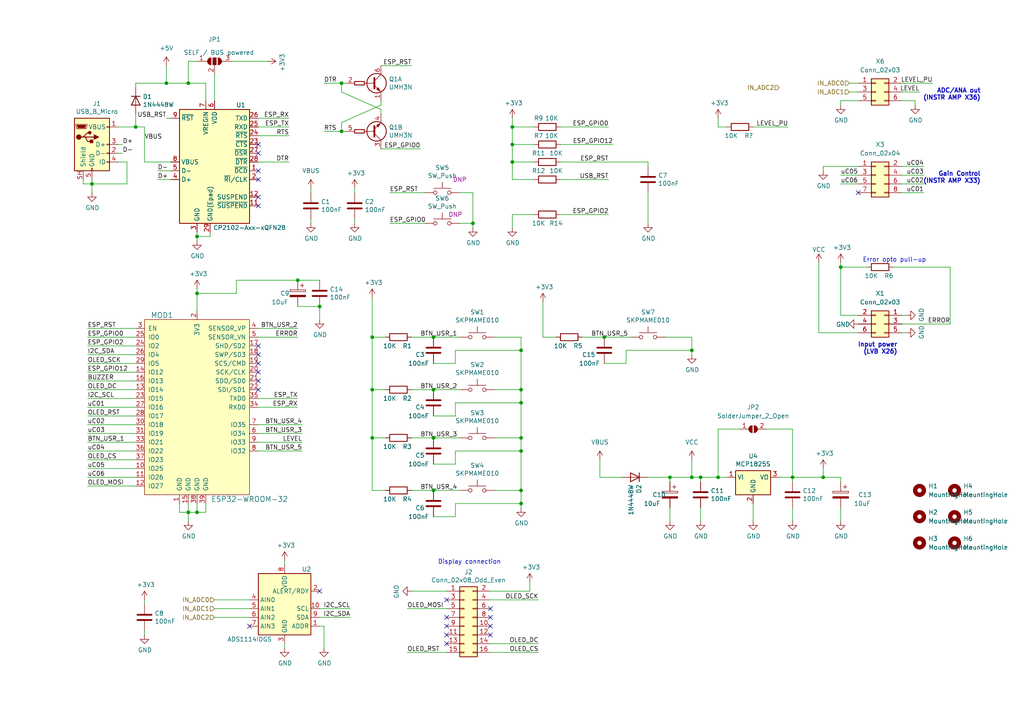
<source format=kicad_sch>
(kicad_sch (version 20211123) (generator eeschema)

  (uuid 60ff6322-62e2-4602-9bc0-7a0f0a5ecfbf)

  (paper "A4")

  

  (junction (at 107.95 97.79) (diameter 0) (color 0 0 0 0)
    (uuid 01640fbc-df19-4731-8c7e-f0206df31cb5)
  )
  (junction (at 86.36 81.28) (diameter 0) (color 0 0 0 0)
    (uuid 03e6a5ac-b562-4a91-acb3-f470adbe1f76)
  )
  (junction (at 175.26 97.79) (diameter 0) (color 0 0 0 0)
    (uuid 0b5e56c2-74b4-4f3b-971b-581bae97c652)
  )
  (junction (at 39.37 36.83) (diameter 0) (color 0 0 0 0)
    (uuid 12a24e86-2c38-4685-bba9-fff8dddb4cb0)
  )
  (junction (at 99.06 38.1) (diameter 0) (color 0 0 0 0)
    (uuid 180245d9-4a3f-4d1b-adcc-b4eafac722e0)
  )
  (junction (at 125.73 113.03) (diameter 0) (color 0 0 0 0)
    (uuid 1bfb1b1a-6079-412b-80ea-f4cc3a263d6f)
  )
  (junction (at 137.16 64.77) (diameter 0) (color 0 0 0 0)
    (uuid 1dfbf353-5b24-4c0f-8322-8fcd514ae75e)
  )
  (junction (at 26.67 53.34) (diameter 0) (color 0 0 0 0)
    (uuid 1f9ae101-c652-4998-a503-17aedf3d5746)
  )
  (junction (at 57.15 68.58) (diameter 0) (color 0 0 0 0)
    (uuid 36d783e7-096f-4c97-9672-7e08c083b87b)
  )
  (junction (at 99.06 24.13) (diameter 0) (color 0 0 0 0)
    (uuid 3c5e5ea9-793d-46e3-86bc-5884c4490dc7)
  )
  (junction (at 151.13 146.05) (diameter 0) (color 0 0 0 0)
    (uuid 3dc7c427-e5f7-45b6-9b78-d44441cb2cd4)
  )
  (junction (at 148.59 46.99) (diameter 0) (color 0 0 0 0)
    (uuid 4a54c707-7b6f-4a3d-a74d-5e3526114aba)
  )
  (junction (at 125.73 97.79) (diameter 0) (color 0 0 0 0)
    (uuid 4f294d48-de66-45bd-83d1-a4f60fb2a0c2)
  )
  (junction (at 243.84 77.47) (diameter 0) (color 0 0 0 0)
    (uuid 4f96ebad-bce0-4a4d-9c4a-24f31509b0a4)
  )
  (junction (at 107.95 113.03) (diameter 0) (color 0 0 0 0)
    (uuid 5274bd4d-b3a6-421d-b926-4c46f9470e2f)
  )
  (junction (at 125.73 127) (diameter 0) (color 0 0 0 0)
    (uuid 58909626-c411-403a-969d-1d8865c1219c)
  )
  (junction (at 148.59 41.91) (diameter 0) (color 0 0 0 0)
    (uuid 60b393ef-b4cd-4d0d-b218-8e186321dab6)
  )
  (junction (at 54.61 24.13) (diameter 0) (color 0 0 0 0)
    (uuid 6298b17d-1371-40b7-97c8-a4a373d6325e)
  )
  (junction (at 48.26 24.13) (diameter 0) (color 0 0 0 0)
    (uuid 65aae062-ae36-490f-a192-f1322d76f739)
  )
  (junction (at 151.13 113.03) (diameter 0) (color 0 0 0 0)
    (uuid 68fdfae5-8943-4710-ad7d-348d2fdf7b79)
  )
  (junction (at 107.95 127) (diameter 0) (color 0 0 0 0)
    (uuid 7a8aa5f5-7463-41b0-8bf9-cafa61bf226c)
  )
  (junction (at 238.76 138.43) (diameter 0) (color 0 0 0 0)
    (uuid 7bea05d4-1dec-4cd6-aa53-302dde803254)
  )
  (junction (at 151.13 101.6) (diameter 0) (color 0 0 0 0)
    (uuid 7d7abbf0-e990-409b-a27f-6da5185b3886)
  )
  (junction (at 151.13 130.81) (diameter 0) (color 0 0 0 0)
    (uuid 81da9909-9778-4de7-b343-175c9db4675d)
  )
  (junction (at 148.59 36.83) (diameter 0) (color 0 0 0 0)
    (uuid 869d6302-ae22-478f-9723-3feacbb12eef)
  )
  (junction (at 54.61 148.59) (diameter 0) (color 0 0 0 0)
    (uuid 8bdea5f6-7a53-427a-92b8-fd15994c2e8c)
  )
  (junction (at 125.73 142.24) (diameter 0) (color 0 0 0 0)
    (uuid 90e35cda-49cc-4322-a075-051479032de3)
  )
  (junction (at 151.13 127) (diameter 0) (color 0 0 0 0)
    (uuid 9cb4e056-3d41-4e5d-a5e3-7ea72564f03b)
  )
  (junction (at 200.66 101.6) (diameter 0) (color 0 0 0 0)
    (uuid 9ec0be17-3571-4cfd-83ca-c505602c3be6)
  )
  (junction (at 57.15 85.09) (diameter 0) (color 0 0 0 0)
    (uuid a5aedd37-46af-48af-8ae8-3785e245cc6e)
  )
  (junction (at 151.13 116.84) (diameter 0) (color 0 0 0 0)
    (uuid afa5d714-96d9-47f9-8d38-c592a7b78168)
  )
  (junction (at 151.13 142.24) (diameter 0) (color 0 0 0 0)
    (uuid b4e922d5-e9ae-4b96-b5bc-025ca63987dd)
  )
  (junction (at 208.28 138.43) (diameter 0) (color 0 0 0 0)
    (uuid cf67ad6b-2843-4560-a4b0-c0ac7899d00d)
  )
  (junction (at 229.87 138.43) (diameter 0) (color 0 0 0 0)
    (uuid de370984-7922-4327-a0ba-7cd613995df4)
  )
  (junction (at 203.2 138.43) (diameter 0) (color 0 0 0 0)
    (uuid e79c8e11-ed47-4701-ae80-a54cdb6682a5)
  )
  (junction (at 92.71 88.9) (diameter 0) (color 0 0 0 0)
    (uuid e94cdb40-163d-405e-b329-171a71a3c93d)
  )
  (junction (at 200.66 138.43) (diameter 0) (color 0 0 0 0)
    (uuid f4a1ab68-998b-43e3-aa33-40b58210bc99)
  )
  (junction (at 194.31 138.43) (diameter 0) (color 0 0 0 0)
    (uuid f860f099-9d99-4520-ab63-9dad6f34c107)
  )
  (junction (at 57.15 148.59) (diameter 0) (color 0 0 0 0)
    (uuid fa00d3f4-bb71-4b1d-aa40-ae9267e2c41f)
  )

  (no_connect (at 74.93 105.41) (uuid 083becc8-e25d-4206-9636-55457650bbe3))
  (no_connect (at 74.93 110.49) (uuid 10b74ec8-a945-4dff-9e89-049e2aee7861))
  (no_connect (at 74.93 41.91) (uuid 18c61c95-8af1-4986-b67e-c7af9c15ab6b))
  (no_connect (at 92.71 171.45) (uuid 247f29e8-e171-4803-927a-f3834e2cd1f3))
  (no_connect (at 142.24 179.07) (uuid 275b6416-db29-42cc-9307-bf426917c3b4))
  (no_connect (at 129.54 184.15) (uuid 29cbb0bc-f66b-4d11-80e7-5bb270e42496))
  (no_connect (at 142.24 176.53) (uuid 3c22d605-7855-4cc6-8ad2-906cadbd02dc))
  (no_connect (at 74.93 100.33) (uuid 3e3d55c8-e0ea-48fb-8421-a84b7cb7055b))
  (no_connect (at 74.93 44.45) (uuid 4e27930e-1827-4788-aa6b-487321d46602))
  (no_connect (at 74.93 59.69) (uuid 593b8647-0095-46cc-ba23-3cf2a86edb5e))
  (no_connect (at 74.93 57.15) (uuid 60aa0ce8-9d0e-48ca-bbf9-866403979e9b))
  (no_connect (at 74.93 102.87) (uuid 725cdf26-4b92-46db-bca9-10d930002dda))
  (no_connect (at 74.93 113.03) (uuid 79451892-db6b-4999-916d-6392174ee493))
  (no_connect (at 74.93 107.95) (uuid 7acd513a-187b-4936-9f93-2e521ce33ad5))
  (no_connect (at 74.93 49.53) (uuid 8cd050d6-228c-4da0-9533-b4f8d14cfb34))
  (no_connect (at 248.92 55.88) (uuid 8d066af3-56c2-49f2-80c2-5735fd07a0b4))
  (no_connect (at 142.24 181.61) (uuid 91fc5800-6029-46b1-848d-ca0091f97267))
  (no_connect (at 72.39 181.61) (uuid ac22db93-e727-4c57-90ff-022e6d7ff7f5))
  (no_connect (at 142.24 184.15) (uuid bb8162f0-99c8-4884-be5b-c0d0c7e81ff6))
  (no_connect (at 74.93 52.07) (uuid bde95c06-433a-4c03-bc48-e3abcdb4e054))
  (no_connect (at 129.54 179.07) (uuid c2dd13db-24b6-40f1-b75b-b9ab893d92ea))
  (no_connect (at 129.54 186.69) (uuid c401e9c6-1deb-4979-99be-7c801c952098))
  (no_connect (at 129.54 181.61) (uuid d1c19c11-0a13-4237-b6b4-fb2ef1db7c6d))
  (no_connect (at 129.54 173.99) (uuid df83f395-2d18-47e2-a370-952ca41c2b3a))

  (wire (pts (xy 261.62 48.26) (xy 267.97 48.26))
    (stroke (width 0) (type default) (color 0 0 0 0))
    (uuid 015af63e-dc2b-46b1-a32d-c2e3b8f44317)
  )
  (wire (pts (xy 229.87 147.32) (xy 229.87 151.13))
    (stroke (width 0) (type default) (color 0 0 0 0))
    (uuid 015f5586-ba76-4a98-9114-f5cd2c67134d)
  )
  (wire (pts (xy 175.26 97.79) (xy 182.88 97.79))
    (stroke (width 0) (type default) (color 0 0 0 0))
    (uuid 01a662f7-6cc5-4954-978c-538e90239add)
  )
  (wire (pts (xy 54.61 24.13) (xy 59.69 24.13))
    (stroke (width 0) (type default) (color 0 0 0 0))
    (uuid 0499d173-b579-4ab8-bc73-ea8ea6c4c700)
  )
  (wire (pts (xy 68.58 81.28) (xy 86.36 81.28))
    (stroke (width 0) (type default) (color 0 0 0 0))
    (uuid 0904ac1a-aa6b-4164-8e23-8c17b0562eae)
  )
  (wire (pts (xy 57.15 68.58) (xy 57.15 67.31))
    (stroke (width 0) (type default) (color 0 0 0 0))
    (uuid 0a1a4d88-972a-46ce-b25e-6cb796bd41f7)
  )
  (wire (pts (xy 25.4 105.41) (xy 39.37 105.41))
    (stroke (width 0) (type default) (color 0 0 0 0))
    (uuid 0b9f21ed-3d41-4f23-ae45-74117a5f3153)
  )
  (wire (pts (xy 208.28 138.43) (xy 203.2 138.43))
    (stroke (width 0) (type default) (color 0 0 0 0))
    (uuid 0c3c19de-317f-4c9d-8669-87659ab86d50)
  )
  (wire (pts (xy 107.95 113.03) (xy 107.95 127))
    (stroke (width 0) (type default) (color 0 0 0 0))
    (uuid 0dfb012a-26d7-4eba-ab1a-971bf4bc8671)
  )
  (wire (pts (xy 143.51 113.03) (xy 151.13 113.03))
    (stroke (width 0) (type default) (color 0 0 0 0))
    (uuid 10308f4d-322d-4ffc-af46-e623a283ea8b)
  )
  (wire (pts (xy 25.4 120.65) (xy 39.37 120.65))
    (stroke (width 0) (type default) (color 0 0 0 0))
    (uuid 10d8ad0e-6a08-4053-92aa-23a15910fd21)
  )
  (wire (pts (xy 243.84 91.44) (xy 243.84 77.47))
    (stroke (width 0) (type default) (color 0 0 0 0))
    (uuid 1180f33e-f224-4439-92e9-4a12a9c6cc68)
  )
  (wire (pts (xy 200.66 133.35) (xy 200.66 138.43))
    (stroke (width 0) (type default) (color 0 0 0 0))
    (uuid 12fa3c3f-3d14-451a-a6a8-884fd1b32fa7)
  )
  (wire (pts (xy 148.59 41.91) (xy 148.59 46.99))
    (stroke (width 0) (type default) (color 0 0 0 0))
    (uuid 15b0e923-529b-490e-8ba7-4f74a8e52c69)
  )
  (wire (pts (xy 125.73 127) (xy 133.35 127))
    (stroke (width 0) (type default) (color 0 0 0 0))
    (uuid 16442a35-06e5-486a-a1bf-a53e997d9a0f)
  )
  (wire (pts (xy 175.26 105.41) (xy 181.61 105.41))
    (stroke (width 0) (type default) (color 0 0 0 0))
    (uuid 1886a93c-7bc3-4c8a-8fef-a54a7a25cfa7)
  )
  (wire (pts (xy 62.23 176.53) (xy 72.39 176.53))
    (stroke (width 0) (type default) (color 0 0 0 0))
    (uuid 1a3896dc-e816-4c09-a57f-31e542bbd9ca)
  )
  (wire (pts (xy 200.66 102.87) (xy 200.66 101.6))
    (stroke (width 0) (type default) (color 0 0 0 0))
    (uuid 1aa35546-c260-44fd-916b-fbc941c9479d)
  )
  (wire (pts (xy 208.28 138.43) (xy 208.28 124.46))
    (stroke (width 0) (type default) (color 0 0 0 0))
    (uuid 1b46eca9-914d-4ab8-9907-770a340f6ce0)
  )
  (wire (pts (xy 54.61 148.59) (xy 57.15 148.59))
    (stroke (width 0) (type default) (color 0 0 0 0))
    (uuid 1cb22080-0f59-4c18-a6e6-8685ef44ec53)
  )
  (wire (pts (xy 86.36 81.28) (xy 92.71 81.28))
    (stroke (width 0) (type default) (color 0 0 0 0))
    (uuid 1e7c4b37-f0dc-41f5-ad4a-34c06ae31b03)
  )
  (wire (pts (xy 100.33 24.13) (xy 99.06 24.13))
    (stroke (width 0) (type default) (color 0 0 0 0))
    (uuid 1fbb0219-551e-409b-a61b-76e8cebdfb9d)
  )
  (wire (pts (xy 68.58 81.28) (xy 68.58 85.09))
    (stroke (width 0) (type default) (color 0 0 0 0))
    (uuid 22236bec-4a4c-474c-8e18-3b9a0d884f03)
  )
  (wire (pts (xy 39.37 135.89) (xy 25.4 135.89))
    (stroke (width 0) (type default) (color 0 0 0 0))
    (uuid 22962957-1efd-404d-83db-5b233b6c15b0)
  )
  (wire (pts (xy 200.66 101.6) (xy 200.66 97.79))
    (stroke (width 0) (type default) (color 0 0 0 0))
    (uuid 2303f0ca-d89c-4397-886c-f4a3ed8b2ac2)
  )
  (wire (pts (xy 48.26 19.05) (xy 48.26 24.13))
    (stroke (width 0) (type default) (color 0 0 0 0))
    (uuid 2534d572-cd6d-4164-8f18-e9949ba9b42d)
  )
  (wire (pts (xy 137.16 55.88) (xy 133.35 55.88))
    (stroke (width 0) (type default) (color 0 0 0 0))
    (uuid 269f19c3-6824-45a8-be29-fa58d70cbb42)
  )
  (wire (pts (xy 57.15 85.09) (xy 57.15 90.17))
    (stroke (width 0) (type default) (color 0 0 0 0))
    (uuid 27f4f09a-2e91-483d-9d43-b93c61785c52)
  )
  (wire (pts (xy 99.06 24.13) (xy 99.06 26.67))
    (stroke (width 0) (type default) (color 0 0 0 0))
    (uuid 28e37b45-f843-47c2-85c9-ca19f5430ece)
  )
  (wire (pts (xy 60.96 67.31) (xy 60.96 68.58))
    (stroke (width 0) (type default) (color 0 0 0 0))
    (uuid 29bb7297-26fb-4776-9266-2355d022bab0)
  )
  (wire (pts (xy 176.53 62.23) (xy 162.56 62.23))
    (stroke (width 0) (type default) (color 0 0 0 0))
    (uuid 2a1de22d-6451-488d-af77-0bf8841bd695)
  )
  (wire (pts (xy 92.71 88.9) (xy 92.71 92.71))
    (stroke (width 0) (type default) (color 0 0 0 0))
    (uuid 2a8c6d21-0f6f-4df3-b327-4e6eebb495be)
  )
  (wire (pts (xy 25.4 123.19) (xy 39.37 123.19))
    (stroke (width 0) (type default) (color 0 0 0 0))
    (uuid 2cd5e95a-c3e2-4861-8cfc-23bebd747c31)
  )
  (wire (pts (xy 25.4 102.87) (xy 39.37 102.87))
    (stroke (width 0) (type default) (color 0 0 0 0))
    (uuid 2ea8fa6f-efc3-40fe-bcf9-05bfa46ead4f)
  )
  (wire (pts (xy 194.31 147.32) (xy 194.31 151.13))
    (stroke (width 0) (type default) (color 0 0 0 0))
    (uuid 2f424da3-8fae-4941-bc6d-20044787372f)
  )
  (wire (pts (xy 119.38 97.79) (xy 125.73 97.79))
    (stroke (width 0) (type default) (color 0 0 0 0))
    (uuid 2fe7c4aa-33bd-46c6-a02e-20bf7cb6875a)
  )
  (wire (pts (xy 62.23 21.59) (xy 62.23 29.21))
    (stroke (width 0) (type default) (color 0 0 0 0))
    (uuid 312cbb32-9571-49f3-9535-4901ee64b620)
  )
  (wire (pts (xy 82.55 186.69) (xy 82.55 187.96))
    (stroke (width 0) (type default) (color 0 0 0 0))
    (uuid 347562f5-b152-4e7b-8a69-40ca6daaaad4)
  )
  (wire (pts (xy 118.11 189.23) (xy 129.54 189.23))
    (stroke (width 0) (type default) (color 0 0 0 0))
    (uuid 355ced6c-c08a-4586-9a09-7a9c624536f6)
  )
  (wire (pts (xy 25.4 107.95) (xy 39.37 107.95))
    (stroke (width 0) (type default) (color 0 0 0 0))
    (uuid 35c6497a-18b9-491f-b131-e4297d8f96ca)
  )
  (wire (pts (xy 243.84 53.34) (xy 248.92 53.34))
    (stroke (width 0) (type default) (color 0 0 0 0))
    (uuid 35cc0305-9260-4d36-af70-8d262cfa0dc2)
  )
  (wire (pts (xy 34.29 46.99) (xy 36.83 46.99))
    (stroke (width 0) (type default) (color 0 0 0 0))
    (uuid 35ef9c4a-35f6-467b-a704-b1d9354880cf)
  )
  (wire (pts (xy 137.16 64.77) (xy 137.16 55.88))
    (stroke (width 0) (type default) (color 0 0 0 0))
    (uuid 38cfe839-c630-43d3-a9ec-6a89ba9e318a)
  )
  (wire (pts (xy 74.93 130.81) (xy 87.63 130.81))
    (stroke (width 0) (type default) (color 0 0 0 0))
    (uuid 3b05eff3-6c84-4618-90e0-0afab989aec9)
  )
  (wire (pts (xy 151.13 147.32) (xy 151.13 146.05))
    (stroke (width 0) (type default) (color 0 0 0 0))
    (uuid 3b753257-c6aa-48e2-8fbb-65e172254f49)
  )
  (wire (pts (xy 41.91 36.83) (xy 39.37 36.83))
    (stroke (width 0) (type default) (color 0 0 0 0))
    (uuid 3e0392c0-affc-4114-9de5-1f1cfe79418a)
  )
  (wire (pts (xy 118.11 176.53) (xy 129.54 176.53))
    (stroke (width 0) (type default) (color 0 0 0 0))
    (uuid 3ed2c840-383d-4cbd-bc3b-c4ea4c97b333)
  )
  (wire (pts (xy 151.13 146.05) (xy 151.13 142.24))
    (stroke (width 0) (type default) (color 0 0 0 0))
    (uuid 3ffe6a2d-e3b6-484a-acd4-401a37c287f6)
  )
  (wire (pts (xy 156.21 186.69) (xy 142.24 186.69))
    (stroke (width 0) (type default) (color 0 0 0 0))
    (uuid 4086cbd7-6ba7-4e63-8da9-17e60627ee17)
  )
  (wire (pts (xy 243.84 30.48) (xy 243.84 29.21))
    (stroke (width 0) (type default) (color 0 0 0 0))
    (uuid 41fd0096-953d-49a5-b7b1-c986c610c29b)
  )
  (wire (pts (xy 238.76 135.89) (xy 238.76 138.43))
    (stroke (width 0) (type default) (color 0 0 0 0))
    (uuid 42d3f9d6-2a47-41a8-b942-295fcb83bcd8)
  )
  (wire (pts (xy 162.56 46.99) (xy 187.96 46.99))
    (stroke (width 0) (type default) (color 0 0 0 0))
    (uuid 443bc73a-8dc0-4e2f-a292-a5eff00efa5b)
  )
  (wire (pts (xy 62.23 173.99) (xy 72.39 173.99))
    (stroke (width 0) (type default) (color 0 0 0 0))
    (uuid 4641c87c-bffa-41fe-ae77-be3a97a6f797)
  )
  (wire (pts (xy 243.84 151.13) (xy 243.84 147.32))
    (stroke (width 0) (type default) (color 0 0 0 0))
    (uuid 46cbe85d-ff47-428e-b187-4ebd50a66e0c)
  )
  (wire (pts (xy 25.4 118.11) (xy 39.37 118.11))
    (stroke (width 0) (type default) (color 0 0 0 0))
    (uuid 475ed8b3-90bf-48cd-bce5-d8f48b689541)
  )
  (wire (pts (xy 229.87 124.46) (xy 229.87 138.43))
    (stroke (width 0) (type default) (color 0 0 0 0))
    (uuid 4a282423-67e4-4c9c-bb82-beffae3a6f3f)
  )
  (wire (pts (xy 107.95 113.03) (xy 111.76 113.03))
    (stroke (width 0) (type default) (color 0 0 0 0))
    (uuid 4a4949c5-b952-4a5d-99cd-15958bb1c0a7)
  )
  (wire (pts (xy 148.59 52.07) (xy 148.59 46.99))
    (stroke (width 0) (type default) (color 0 0 0 0))
    (uuid 4b1fce17-dec7-457e-ba3b-a77604e77dc9)
  )
  (wire (pts (xy 113.03 64.77) (xy 123.19 64.77))
    (stroke (width 0) (type default) (color 0 0 0 0))
    (uuid 4cafb73d-1ad8-4d24-acf7-63d78095ae46)
  )
  (wire (pts (xy 35.56 44.45) (xy 34.29 44.45))
    (stroke (width 0) (type default) (color 0 0 0 0))
    (uuid 4d4fecdd-be4a-47e9-9085-2268d5852d8f)
  )
  (wire (pts (xy 238.76 49.53) (xy 238.76 48.26))
    (stroke (width 0) (type default) (color 0 0 0 0))
    (uuid 4e20d7ba-c629-4b03-a4fa-1c53eed54d3d)
  )
  (wire (pts (xy 125.73 97.79) (xy 133.35 97.79))
    (stroke (width 0) (type default) (color 0 0 0 0))
    (uuid 4ed0a268-7cdd-4a80-9883-cf3ce5a7ce6b)
  )
  (wire (pts (xy 162.56 41.91) (xy 177.8 41.91))
    (stroke (width 0) (type default) (color 0 0 0 0))
    (uuid 4f852024-4528-4c29-b48d-f8741aff91c1)
  )
  (wire (pts (xy 132.08 105.41) (xy 132.08 101.6))
    (stroke (width 0) (type default) (color 0 0 0 0))
    (uuid 4fe2da4e-964c-447f-8a3a-aa5d0297d9fe)
  )
  (wire (pts (xy 57.15 85.09) (xy 68.58 85.09))
    (stroke (width 0) (type default) (color 0 0 0 0))
    (uuid 4fe48c78-c334-4b58-8387-fec141661466)
  )
  (wire (pts (xy 218.44 146.05) (xy 218.44 151.13))
    (stroke (width 0) (type default) (color 0 0 0 0))
    (uuid 541721d1-074b-496e-a833-813044b3e8ca)
  )
  (wire (pts (xy 99.06 35.56) (xy 99.06 38.1))
    (stroke (width 0) (type default) (color 0 0 0 0))
    (uuid 54212c01-b363-47b8-a145-45c40df316f4)
  )
  (wire (pts (xy 137.16 66.04) (xy 137.16 64.77))
    (stroke (width 0) (type default) (color 0 0 0 0))
    (uuid 582622a2-fad4-4737-9a80-be9fffbba8ab)
  )
  (wire (pts (xy 133.35 64.77) (xy 137.16 64.77))
    (stroke (width 0) (type default) (color 0 0 0 0))
    (uuid 5889287d-b845-4684-b23e-663811b25d27)
  )
  (wire (pts (xy 74.93 95.25) (xy 86.36 95.25))
    (stroke (width 0) (type default) (color 0 0 0 0))
    (uuid 595be453-f7ae-43a4-98dc-9f4206218d14)
  )
  (wire (pts (xy 26.67 53.34) (xy 26.67 52.07))
    (stroke (width 0) (type default) (color 0 0 0 0))
    (uuid 5c30b9b4-3014-4f50-9329-27a539b67e01)
  )
  (wire (pts (xy 54.61 17.78) (xy 54.61 24.13))
    (stroke (width 0) (type default) (color 0 0 0 0))
    (uuid 5da50ad6-92c3-40ce-9ac7-6537cd607e43)
  )
  (wire (pts (xy 132.08 116.84) (xy 151.13 116.84))
    (stroke (width 0) (type default) (color 0 0 0 0))
    (uuid 5dd9331b-14fc-438b-bcc8-6318b45292c2)
  )
  (wire (pts (xy 25.4 138.43) (xy 39.37 138.43))
    (stroke (width 0) (type default) (color 0 0 0 0))
    (uuid 5f312b85-6822-40a3-b417-2df49696ca2d)
  )
  (wire (pts (xy 57.15 146.05) (xy 57.15 148.59))
    (stroke (width 0) (type default) (color 0 0 0 0))
    (uuid 5ff19d63-2cb4-438b-93c4-e66d37a05329)
  )
  (wire (pts (xy 57.15 148.59) (xy 59.69 148.59))
    (stroke (width 0) (type default) (color 0 0 0 0))
    (uuid 616287d9-a51f-498c-8b91-be46a0aa3a7f)
  )
  (wire (pts (xy 143.51 127) (xy 151.13 127))
    (stroke (width 0) (type default) (color 0 0 0 0))
    (uuid 62c54e83-debd-42e9-b6b0-aaa706a2ff13)
  )
  (wire (pts (xy 187.96 64.77) (xy 187.96 55.88))
    (stroke (width 0) (type default) (color 0 0 0 0))
    (uuid 633292d3-80c5-4986-be82-ce926e9f09f4)
  )
  (wire (pts (xy 59.69 148.59) (xy 59.69 146.05))
    (stroke (width 0) (type default) (color 0 0 0 0))
    (uuid 637f12be-fa48-4ce4-96b2-04c21a8795c8)
  )
  (wire (pts (xy 153.67 171.45) (xy 142.24 171.45))
    (stroke (width 0) (type default) (color 0 0 0 0))
    (uuid 63caf46e-0228-40de-b819-c6bd29dd1711)
  )
  (wire (pts (xy 39.37 33.02) (xy 39.37 36.83))
    (stroke (width 0) (type default) (color 0 0 0 0))
    (uuid 6513181c-0a6a-4560-9a18-17450c36ae2a)
  )
  (wire (pts (xy 151.13 101.6) (xy 151.13 113.03))
    (stroke (width 0) (type default) (color 0 0 0 0))
    (uuid 65388e2e-32ea-41d7-98a2-35744b85e784)
  )
  (wire (pts (xy 151.13 97.79) (xy 143.51 97.79))
    (stroke (width 0) (type default) (color 0 0 0 0))
    (uuid 673897c0-277a-4fdb-9be1-18d140fcfb9c)
  )
  (wire (pts (xy 246.38 24.13) (xy 248.92 24.13))
    (stroke (width 0) (type default) (color 0 0 0 0))
    (uuid 67a63d8e-5e42-4c12-826d-9f0cd0cfb517)
  )
  (wire (pts (xy 243.84 77.47) (xy 243.84 76.2))
    (stroke (width 0) (type default) (color 0 0 0 0))
    (uuid 6898ce2c-c7d0-4991-80fd-1bc9797ec472)
  )
  (wire (pts (xy 125.73 134.62) (xy 132.08 134.62))
    (stroke (width 0) (type default) (color 0 0 0 0))
    (uuid 6899b026-3b64-4037-bed1-640f04ac41d7)
  )
  (wire (pts (xy 148.59 34.29) (xy 148.59 36.83))
    (stroke (width 0) (type default) (color 0 0 0 0))
    (uuid 691af561-538d-4e8f-a916-26cad45eb7d6)
  )
  (wire (pts (xy 176.53 52.07) (xy 162.56 52.07))
    (stroke (width 0) (type default) (color 0 0 0 0))
    (uuid 6ac3ab53-7523-4805-bfd2-5de19dff127e)
  )
  (wire (pts (xy 151.13 130.81) (xy 151.13 142.24))
    (stroke (width 0) (type default) (color 0 0 0 0))
    (uuid 6d4ab6f9-b483-459e-b7b7-7b2e8fa44480)
  )
  (wire (pts (xy 39.37 97.79) (xy 25.4 97.79))
    (stroke (width 0) (type default) (color 0 0 0 0))
    (uuid 6f580eb1-88cc-489d-a7ca-9efa5e590715)
  )
  (wire (pts (xy 125.73 120.65) (xy 132.08 120.65))
    (stroke (width 0) (type default) (color 0 0 0 0))
    (uuid 6f81f3f4-fc1e-4be8-92d7-32713d46998c)
  )
  (wire (pts (xy 54.61 148.59) (xy 54.61 151.13))
    (stroke (width 0) (type default) (color 0 0 0 0))
    (uuid 701e1517-e8cf-46f4-b538-98e721c97380)
  )
  (wire (pts (xy 92.71 181.61) (xy 93.98 181.61))
    (stroke (width 0) (type default) (color 0 0 0 0))
    (uuid 70d34adf-9bd8-469e-8c77-5c0d7adf511e)
  )
  (wire (pts (xy 49.53 52.07) (xy 45.72 52.07))
    (stroke (width 0) (type default) (color 0 0 0 0))
    (uuid 71c6e723-673c-45a9-a0e4-9742220c52a3)
  )
  (wire (pts (xy 119.38 171.45) (xy 129.54 171.45))
    (stroke (width 0) (type default) (color 0 0 0 0))
    (uuid 7233cb6b-d8fd-4fcd-9b4f-8b0ed19b1b12)
  )
  (wire (pts (xy 41.91 184.15) (xy 41.91 182.88))
    (stroke (width 0) (type default) (color 0 0 0 0))
    (uuid 73fbe87f-3928-49c2-bf87-839d907c6aef)
  )
  (wire (pts (xy 261.62 93.98) (xy 275.59 93.98))
    (stroke (width 0) (type default) (color 0 0 0 0))
    (uuid 747a6a4c-4641-4b0c-9c0e-f5fe21c8d40b)
  )
  (wire (pts (xy 237.49 76.2) (xy 237.49 96.52))
    (stroke (width 0) (type default) (color 0 0 0 0))
    (uuid 74bb6dcf-0765-4cd7-be56-d63c5caf22b6)
  )
  (wire (pts (xy 86.36 118.11) (xy 74.93 118.11))
    (stroke (width 0) (type default) (color 0 0 0 0))
    (uuid 76afa8e0-9b3a-439d-843c-ad039d3b6354)
  )
  (wire (pts (xy 48.26 24.13) (xy 54.61 24.13))
    (stroke (width 0) (type default) (color 0 0 0 0))
    (uuid 7a4c9148-cc21-409c-a0e4-84d9c4ff88c0)
  )
  (wire (pts (xy 83.82 34.29) (xy 74.93 34.29))
    (stroke (width 0) (type default) (color 0 0 0 0))
    (uuid 7a74c4b1-6243-4a12-85a2-bc41d346e7aa)
  )
  (wire (pts (xy 25.4 110.49) (xy 39.37 110.49))
    (stroke (width 0) (type default) (color 0 0 0 0))
    (uuid 7b766787-7689-40b8-9ef5-c0b1af45a9ae)
  )
  (wire (pts (xy 110.49 29.21) (xy 110.49 30.48))
    (stroke (width 0) (type default) (color 0 0 0 0))
    (uuid 7bfba61b-6752-4a45-9ee6-5984dcb15041)
  )
  (wire (pts (xy 25.4 130.81) (xy 39.37 130.81))
    (stroke (width 0) (type default) (color 0 0 0 0))
    (uuid 7c3789d2-16d5-44bc-866d-b664353827d4)
  )
  (wire (pts (xy 148.59 36.83) (xy 154.94 36.83))
    (stroke (width 0) (type default) (color 0 0 0 0))
    (uuid 7ce7415d-7c22-49f6-8215-488853ccc8c6)
  )
  (wire (pts (xy 83.82 39.37) (xy 74.93 39.37))
    (stroke (width 0) (type default) (color 0 0 0 0))
    (uuid 7d76d925-f900-42af-a03f-bb32d2381b09)
  )
  (wire (pts (xy 132.08 120.65) (xy 132.08 116.84))
    (stroke (width 0) (type default) (color 0 0 0 0))
    (uuid 7efd7141-906b-4fe6-aaef-96cb49e701cc)
  )
  (wire (pts (xy 92.71 176.53) (xy 101.6 176.53))
    (stroke (width 0) (type default) (color 0 0 0 0))
    (uuid 7f9683c1-2203-43df-8fa1-719a0dc360df)
  )
  (wire (pts (xy 35.56 41.91) (xy 34.29 41.91))
    (stroke (width 0) (type default) (color 0 0 0 0))
    (uuid 8458d41c-5d62-455d-b6e1-9f718c0faac9)
  )
  (wire (pts (xy 151.13 116.84) (xy 151.13 127))
    (stroke (width 0) (type default) (color 0 0 0 0))
    (uuid 859bdde2-aade-4f27-b25e-30e0efbe49ff)
  )
  (wire (pts (xy 99.06 26.67) (xy 110.49 31.75))
    (stroke (width 0) (type default) (color 0 0 0 0))
    (uuid 88610282-a92d-4c3d-917a-ea95d59e0759)
  )
  (wire (pts (xy 24.13 52.07) (xy 24.13 53.34))
    (stroke (width 0) (type default) (color 0 0 0 0))
    (uuid 88cb65f4-7e9e-44eb-8692-3b6e2e788a94)
  )
  (wire (pts (xy 107.95 86.36) (xy 107.95 97.79))
    (stroke (width 0) (type default) (color 0 0 0 0))
    (uuid 88f27ee3-c89c-40d1-b8eb-c5f74feeffa4)
  )
  (wire (pts (xy 265.43 30.48) (xy 265.43 29.21))
    (stroke (width 0) (type default) (color 0 0 0 0))
    (uuid 8aad3d29-2740-4fa0-b6af-1a1329d465f6)
  )
  (wire (pts (xy 153.67 168.91) (xy 153.67 171.45))
    (stroke (width 0) (type default) (color 0 0 0 0))
    (uuid 8aff0f38-92a8-45ec-b106-b185e93ca3fd)
  )
  (wire (pts (xy 57.15 83.82) (xy 57.15 85.09))
    (stroke (width 0) (type default) (color 0 0 0 0))
    (uuid 8b7bbefd-8f78-41f8-809c-2534a5de3b39)
  )
  (wire (pts (xy 107.95 97.79) (xy 107.95 113.03))
    (stroke (width 0) (type default) (color 0 0 0 0))
    (uuid 8dae6da0-3ed8-49b1-b05d-de10f136f162)
  )
  (wire (pts (xy 168.91 97.79) (xy 175.26 97.79))
    (stroke (width 0) (type default) (color 0 0 0 0))
    (uuid 901aa07d-6cfe-4a24-bca8-c21fbb117c43)
  )
  (wire (pts (xy 208.28 124.46) (xy 214.63 124.46))
    (stroke (width 0) (type default) (color 0 0 0 0))
    (uuid 90dcfc21-661d-439d-81db-27321b54f9e7)
  )
  (wire (pts (xy 208.28 36.83) (xy 210.82 36.83))
    (stroke (width 0) (type default) (color 0 0 0 0))
    (uuid 91c5fd05-0f35-4f45-9e22-190c715a42fa)
  )
  (wire (pts (xy 119.38 19.05) (xy 110.49 19.05))
    (stroke (width 0) (type default) (color 0 0 0 0))
    (uuid 92035a88-6c95-4a61-bd8a-cb8dd9e5018a)
  )
  (wire (pts (xy 261.62 29.21) (xy 265.43 29.21))
    (stroke (width 0) (type default) (color 0 0 0 0))
    (uuid 92cbddca-47cc-432e-84d9-921c2a617f95)
  )
  (wire (pts (xy 86.36 115.57) (xy 74.93 115.57))
    (stroke (width 0) (type default) (color 0 0 0 0))
    (uuid 946404ba-9297-43ec-9d67-30184041145f)
  )
  (wire (pts (xy 25.4 115.57) (xy 39.37 115.57))
    (stroke (width 0) (type default) (color 0 0 0 0))
    (uuid 9529c01f-e1cd-40be-b7f0-83780a544249)
  )
  (wire (pts (xy 102.87 54.61) (xy 102.87 55.88))
    (stroke (width 0) (type default) (color 0 0 0 0))
    (uuid 955cc99e-a129-42cf-abc7-aa99813fdb5f)
  )
  (wire (pts (xy 74.93 97.79) (xy 86.36 97.79))
    (stroke (width 0) (type default) (color 0 0 0 0))
    (uuid 967fc0bc-597e-401a-8ec4-8208a7728694)
  )
  (wire (pts (xy 132.08 134.62) (xy 132.08 130.81))
    (stroke (width 0) (type default) (color 0 0 0 0))
    (uuid 96adee0c-9b19-4da3-8aa4-1495eac0131b)
  )
  (wire (pts (xy 173.99 138.43) (xy 180.34 138.43))
    (stroke (width 0) (type default) (color 0 0 0 0))
    (uuid 97172127-7e15-499b-97b2-78a6d593816a)
  )
  (wire (pts (xy 238.76 48.26) (xy 248.92 48.26))
    (stroke (width 0) (type default) (color 0 0 0 0))
    (uuid 973193ec-8f37-49e2-8624-764e3d728c0c)
  )
  (wire (pts (xy 125.73 149.86) (xy 132.08 149.86))
    (stroke (width 0) (type default) (color 0 0 0 0))
    (uuid 973e2a42-89e8-4f6b-8a85-136ec32ee787)
  )
  (wire (pts (xy 54.61 17.78) (xy 57.15 17.78))
    (stroke (width 0) (type default) (color 0 0 0 0))
    (uuid 9782ef92-ead2-4e46-b14d-da048e48b7dd)
  )
  (wire (pts (xy 110.49 31.75) (xy 110.49 33.02))
    (stroke (width 0) (type default) (color 0 0 0 0))
    (uuid 98914cc3-56fe-40bb-820a-3d157225c145)
  )
  (wire (pts (xy 87.63 128.27) (xy 74.93 128.27))
    (stroke (width 0) (type default) (color 0 0 0 0))
    (uuid 99186658-0361-40ba-ae93-62f23c5622e6)
  )
  (wire (pts (xy 100.33 38.1) (xy 99.06 38.1))
    (stroke (width 0) (type default) (color 0 0 0 0))
    (uuid 99332785-d9f1-4363-9377-26ddc18e6d2c)
  )
  (wire (pts (xy 110.49 30.48) (xy 99.06 35.56))
    (stroke (width 0) (type default) (color 0 0 0 0))
    (uuid 99dfa524-0366-4808-b4e8-328fc38e8656)
  )
  (wire (pts (xy 243.84 29.21) (xy 248.92 29.21))
    (stroke (width 0) (type default) (color 0 0 0 0))
    (uuid 9b6994e6-c40e-498d-ac9f-887afe9ad4a8)
  )
  (wire (pts (xy 210.82 138.43) (xy 208.28 138.43))
    (stroke (width 0) (type default) (color 0 0 0 0))
    (uuid 9db16341-dac0-4aab-9c62-7d88c111c1ce)
  )
  (wire (pts (xy 99.06 24.13) (xy 93.98 24.13))
    (stroke (width 0) (type default) (color 0 0 0 0))
    (uuid 9dcdc92b-2219-4a4a-8954-45f02cc3ab25)
  )
  (wire (pts (xy 193.04 97.79) (xy 200.66 97.79))
    (stroke (width 0) (type default) (color 0 0 0 0))
    (uuid a078bdaf-7ad4-4663-aaa6-7ef9460f6c57)
  )
  (wire (pts (xy 143.51 142.24) (xy 151.13 142.24))
    (stroke (width 0) (type default) (color 0 0 0 0))
    (uuid a44cdec3-db25-4afd-a8ae-a736db47a9ab)
  )
  (wire (pts (xy 238.76 138.43) (xy 243.84 138.43))
    (stroke (width 0) (type default) (color 0 0 0 0))
    (uuid a5362821-c161-4c7a-a00c-40e1d7472d56)
  )
  (wire (pts (xy 54.61 146.05) (xy 54.61 148.59))
    (stroke (width 0) (type default) (color 0 0 0 0))
    (uuid a599509f-fbb9-4db4-9adf-9e96bab1138d)
  )
  (wire (pts (xy 82.55 162.56) (xy 82.55 163.83))
    (stroke (width 0) (type default) (color 0 0 0 0))
    (uuid a64aeb89-c24a-493b-9aab-87a6be930bde)
  )
  (wire (pts (xy 261.62 26.67) (xy 266.7 26.67))
    (stroke (width 0) (type default) (color 0 0 0 0))
    (uuid a6c90766-c5b7-4475-93b4-c1810fa2a1fb)
  )
  (wire (pts (xy 39.37 100.33) (xy 25.4 100.33))
    (stroke (width 0) (type default) (color 0 0 0 0))
    (uuid a76a574b-1cac-43eb-81e6-0e2e278cea39)
  )
  (wire (pts (xy 86.36 88.9) (xy 92.71 88.9))
    (stroke (width 0) (type default) (color 0 0 0 0))
    (uuid a7b5511b-61ec-459a-8110-aca80e1a7bae)
  )
  (wire (pts (xy 36.83 53.34) (xy 26.67 53.34))
    (stroke (width 0) (type default) (color 0 0 0 0))
    (uuid a7f25f41-0b4c-4430-b6cd-b2160b2db099)
  )
  (wire (pts (xy 156.21 173.99) (xy 142.24 173.99))
    (stroke (width 0) (type default) (color 0 0 0 0))
    (uuid a7fc0812-140f-4d96-9cd8-ead8c1c610b1)
  )
  (wire (pts (xy 25.4 128.27) (xy 39.37 128.27))
    (stroke (width 0) (type default) (color 0 0 0 0))
    (uuid a8895680-35f2-4d63-8411-7d3e53eea38c)
  )
  (wire (pts (xy 125.73 142.24) (xy 133.35 142.24))
    (stroke (width 0) (type default) (color 0 0 0 0))
    (uuid a92b273a-9d1e-4ec1-9b4f-75f4223ef71c)
  )
  (wire (pts (xy 203.2 138.43) (xy 200.66 138.43))
    (stroke (width 0) (type default) (color 0 0 0 0))
    (uuid aa047297-22f8-4de0-a969-0b3451b8e164)
  )
  (wire (pts (xy 48.26 34.29) (xy 49.53 34.29))
    (stroke (width 0) (type default) (color 0 0 0 0))
    (uuid aa1c6f47-cbd4-4cbd-8265-e5ac08b7ffc8)
  )
  (wire (pts (xy 203.2 139.7) (xy 203.2 138.43))
    (stroke (width 0) (type default) (color 0 0 0 0))
    (uuid ab8b0540-9c9f-4195-88f5-7bed0b0a8ed6)
  )
  (wire (pts (xy 119.38 127) (xy 125.73 127))
    (stroke (width 0) (type default) (color 0 0 0 0))
    (uuid abfb1de5-d0bd-428b-bcb8-a663cdb38afb)
  )
  (wire (pts (xy 39.37 24.13) (xy 48.26 24.13))
    (stroke (width 0) (type default) (color 0 0 0 0))
    (uuid acaad4a6-4f4b-4a31-b3ca-fed41c2487fa)
  )
  (wire (pts (xy 25.4 133.35) (xy 39.37 133.35))
    (stroke (width 0) (type default) (color 0 0 0 0))
    (uuid af186015-d283-4209-aade-a247e5de01df)
  )
  (wire (pts (xy 119.38 113.03) (xy 125.73 113.03))
    (stroke (width 0) (type default) (color 0 0 0 0))
    (uuid af5e760d-76de-426f-819c-4955a7241bd1)
  )
  (wire (pts (xy 229.87 138.43) (xy 238.76 138.43))
    (stroke (width 0) (type default) (color 0 0 0 0))
    (uuid b0b4c3cb-e7ea-49c0-8162-be3bbab3e4ec)
  )
  (wire (pts (xy 39.37 95.25) (xy 25.4 95.25))
    (stroke (width 0) (type default) (color 0 0 0 0))
    (uuid b13e8448-bf35-4ec0-9c70-3f2250718cc2)
  )
  (wire (pts (xy 173.99 133.35) (xy 173.99 138.43))
    (stroke (width 0) (type default) (color 0 0 0 0))
    (uuid b232f379-384e-4167-8fd6-c34d72caa954)
  )
  (wire (pts (xy 90.17 54.61) (xy 90.17 55.88))
    (stroke (width 0) (type default) (color 0 0 0 0))
    (uuid b284f609-dc7e-49cd-a56e-df0cd19c4a61)
  )
  (wire (pts (xy 222.25 124.46) (xy 229.87 124.46))
    (stroke (width 0) (type default) (color 0 0 0 0))
    (uuid b3633bd2-7f7b-4d1c-809b-149755a83f26)
  )
  (wire (pts (xy 41.91 36.83) (xy 41.91 46.99))
    (stroke (width 0) (type default) (color 0 0 0 0))
    (uuid b4833916-7a3e-4498-86fb-ec6d13262ffe)
  )
  (wire (pts (xy 261.62 96.52) (xy 262.89 96.52))
    (stroke (width 0) (type default) (color 0 0 0 0))
    (uuid b5ca430a-e13d-4d7d-be71-0ff638b3b46d)
  )
  (wire (pts (xy 243.84 138.43) (xy 243.84 139.7))
    (stroke (width 0) (type default) (color 0 0 0 0))
    (uuid b794d099-f823-4d35-9755-ca1c45247ee9)
  )
  (wire (pts (xy 194.31 138.43) (xy 194.31 139.7))
    (stroke (width 0) (type default) (color 0 0 0 0))
    (uuid b7d06af4-a5b1-447f-9b1a-8b44eb1cc204)
  )
  (wire (pts (xy 36.83 46.99) (xy 36.83 53.34))
    (stroke (width 0) (type default) (color 0 0 0 0))
    (uuid b8b961e9-8a60-45fc-999a-a7a3baff4e0d)
  )
  (wire (pts (xy 39.37 140.97) (xy 25.4 140.97))
    (stroke (width 0) (type default) (color 0 0 0 0))
    (uuid bd085057-7c0e-463a-982b-968a2dc1f0f8)
  )
  (wire (pts (xy 275.59 77.47) (xy 259.08 77.47))
    (stroke (width 0) (type default) (color 0 0 0 0))
    (uuid bd19905a-c686-45c9-a5c3-1a26b1b34b21)
  )
  (wire (pts (xy 25.4 125.73) (xy 39.37 125.73))
    (stroke (width 0) (type default) (color 0 0 0 0))
    (uuid bd2d50c7-611d-4b1c-b23d-4699a6fd4f08)
  )
  (wire (pts (xy 132.08 101.6) (xy 151.13 101.6))
    (stroke (width 0) (type default) (color 0 0 0 0))
    (uuid bda69d40-0583-4572-8bf6-8d3c9ce5fd61)
  )
  (wire (pts (xy 181.61 105.41) (xy 181.61 101.6))
    (stroke (width 0) (type default) (color 0 0 0 0))
    (uuid be0ad481-40c5-4e96-a8af-132bf1c3b0d5)
  )
  (wire (pts (xy 123.19 55.88) (xy 113.03 55.88))
    (stroke (width 0) (type default) (color 0 0 0 0))
    (uuid be4b72db-0e02-4d9b-844a-aff689b4e648)
  )
  (wire (pts (xy 237.49 96.52) (xy 248.92 96.52))
    (stroke (width 0) (type default) (color 0 0 0 0))
    (uuid be6f45f2-86cd-4b1f-8b4c-b653d38b7886)
  )
  (wire (pts (xy 218.44 36.83) (xy 228.6 36.83))
    (stroke (width 0) (type default) (color 0 0 0 0))
    (uuid bf6aa18c-14e8-45af-9518-7efe1ac8851a)
  )
  (wire (pts (xy 148.59 36.83) (xy 148.59 41.91))
    (stroke (width 0) (type default) (color 0 0 0 0))
    (uuid c1bac86f-cbf6-4c5b-b60d-c26fa73d9c09)
  )
  (wire (pts (xy 261.62 53.34) (xy 267.97 53.34))
    (stroke (width 0) (type default) (color 0 0 0 0))
    (uuid c71e3f9a-34b4-468b-aa9d-043c2a044b2b)
  )
  (wire (pts (xy 121.92 43.18) (xy 110.49 43.18))
    (stroke (width 0) (type default) (color 0 0 0 0))
    (uuid c8b6b273-3d20-4a46-8069-f6d608563604)
  )
  (wire (pts (xy 181.61 101.6) (xy 200.66 101.6))
    (stroke (width 0) (type default) (color 0 0 0 0))
    (uuid c8e61f9d-88c3-473c-b8d0-563725f7ae15)
  )
  (wire (pts (xy 275.59 93.98) (xy 275.59 77.47))
    (stroke (width 0) (type default) (color 0 0 0 0))
    (uuid c94ad1b3-7b2b-4997-af2b-4d21d16a3344)
  )
  (wire (pts (xy 132.08 130.81) (xy 151.13 130.81))
    (stroke (width 0) (type default) (color 0 0 0 0))
    (uuid c9d19072-5224-4dbc-b6fc-aa87fa250bf6)
  )
  (wire (pts (xy 246.38 26.67) (xy 248.92 26.67))
    (stroke (width 0) (type default) (color 0 0 0 0))
    (uuid ca6cf766-397d-4c7d-bcf2-35d009e27539)
  )
  (wire (pts (xy 107.95 127) (xy 111.76 127))
    (stroke (width 0) (type default) (color 0 0 0 0))
    (uuid ca870bee-a3e3-46f6-bbdf-4e5eec62a3a4)
  )
  (wire (pts (xy 93.98 181.61) (xy 93.98 187.96))
    (stroke (width 0) (type default) (color 0 0 0 0))
    (uuid cb083d38-4f11-4a80-8b19-ab751c405e4a)
  )
  (wire (pts (xy 60.96 68.58) (xy 57.15 68.58))
    (stroke (width 0) (type default) (color 0 0 0 0))
    (uuid cb6062da-8dcd-4826-92fd-4071e9e97213)
  )
  (wire (pts (xy 52.07 146.05) (xy 52.07 148.59))
    (stroke (width 0) (type default) (color 0 0 0 0))
    (uuid cbebc05a-c4dd-4baf-8c08-196e84e08b27)
  )
  (wire (pts (xy 41.91 46.99) (xy 49.53 46.99))
    (stroke (width 0) (type default) (color 0 0 0 0))
    (uuid cc48dd41-7768-48d3-b096-2c4cc2126c9d)
  )
  (wire (pts (xy 261.62 50.8) (xy 267.97 50.8))
    (stroke (width 0) (type default) (color 0 0 0 0))
    (uuid ce20a56b-3504-4bfc-bbf1-cd076f8d7ec4)
  )
  (wire (pts (xy 132.08 149.86) (xy 132.08 146.05))
    (stroke (width 0) (type default) (color 0 0 0 0))
    (uuid cedfb0d8-0e1d-44e0-bf51-3a997c386416)
  )
  (wire (pts (xy 90.17 64.77) (xy 90.17 63.5))
    (stroke (width 0) (type default) (color 0 0 0 0))
    (uuid cf815d51-c956-4c5a-adde-c373cb025b07)
  )
  (wire (pts (xy 203.2 147.32) (xy 203.2 151.13))
    (stroke (width 0) (type default) (color 0 0 0 0))
    (uuid d05faa1f-5f69-41bf-86d3-2cd224432e1b)
  )
  (wire (pts (xy 74.93 123.19) (xy 87.63 123.19))
    (stroke (width 0) (type default) (color 0 0 0 0))
    (uuid d08fd13f-c408-4e07-9227-7522c6d194c6)
  )
  (wire (pts (xy 156.21 189.23) (xy 142.24 189.23))
    (stroke (width 0) (type default) (color 0 0 0 0))
    (uuid d1cd5391-31d2-459f-8adb-4ae3f304a833)
  )
  (wire (pts (xy 157.48 87.63) (xy 157.48 97.79))
    (stroke (width 0) (type default) (color 0 0 0 0))
    (uuid d2389119-bcaa-41f0-ab35-6e53b3c8f60b)
  )
  (wire (pts (xy 151.13 113.03) (xy 151.13 116.84))
    (stroke (width 0) (type default) (color 0 0 0 0))
    (uuid d2b3e86c-a168-4b9e-b4da-74a05b5661cb)
  )
  (wire (pts (xy 151.13 97.79) (xy 151.13 101.6))
    (stroke (width 0) (type default) (color 0 0 0 0))
    (uuid d34243d2-838c-4657-8d81-1ea81850238f)
  )
  (wire (pts (xy 125.73 105.41) (xy 132.08 105.41))
    (stroke (width 0) (type default) (color 0 0 0 0))
    (uuid d3f25603-fa42-4d77-bf3c-eacea8b3b61e)
  )
  (wire (pts (xy 154.94 52.07) (xy 148.59 52.07))
    (stroke (width 0) (type default) (color 0 0 0 0))
    (uuid d66d3c12-11ce-4566-9a45-962e329503d8)
  )
  (wire (pts (xy 154.94 62.23) (xy 148.59 62.23))
    (stroke (width 0) (type default) (color 0 0 0 0))
    (uuid d7e5a060-eb57-4238-9312-26bc885fc97d)
  )
  (wire (pts (xy 176.53 36.83) (xy 162.56 36.83))
    (stroke (width 0) (type default) (color 0 0 0 0))
    (uuid da6f4122-0ecc-496f-b0fd-e4abef534976)
  )
  (wire (pts (xy 92.71 179.07) (xy 101.6 179.07))
    (stroke (width 0) (type default) (color 0 0 0 0))
    (uuid dc1d84c8-33da-4489-be8e-2a1de3001779)
  )
  (wire (pts (xy 102.87 64.77) (xy 102.87 63.5))
    (stroke (width 0) (type default) (color 0 0 0 0))
    (uuid dca1d7db-c913-4d73-a2cc-fdc9651eda69)
  )
  (wire (pts (xy 243.84 77.47) (xy 251.46 77.47))
    (stroke (width 0) (type default) (color 0 0 0 0))
    (uuid dcc860e8-90e2-456f-8b51-ac2ae1569a34)
  )
  (wire (pts (xy 41.91 173.99) (xy 41.91 175.26))
    (stroke (width 0) (type default) (color 0 0 0 0))
    (uuid dd334895-c8ff-4719-bac4-c0b289bb5899)
  )
  (wire (pts (xy 107.95 97.79) (xy 111.76 97.79))
    (stroke (width 0) (type default) (color 0 0 0 0))
    (uuid dd60adf4-8c2a-45e9-a71d-d51785824df5)
  )
  (wire (pts (xy 39.37 113.03) (xy 25.4 113.03))
    (stroke (width 0) (type default) (color 0 0 0 0))
    (uuid df2a6036-7274-4398-9365-148b6ddab90d)
  )
  (wire (pts (xy 226.06 138.43) (xy 229.87 138.43))
    (stroke (width 0) (type default) (color 0 0 0 0))
    (uuid df3dc9a2-ba40-4c3a-87fe-61cc8e23d71b)
  )
  (wire (pts (xy 107.95 142.24) (xy 111.76 142.24))
    (stroke (width 0) (type default) (color 0 0 0 0))
    (uuid df6ae1db-8737-479d-983f-d15b6f8c104e)
  )
  (wire (pts (xy 45.72 49.53) (xy 49.53 49.53))
    (stroke (width 0) (type default) (color 0 0 0 0))
    (uuid e091e263-c616-48ef-a460-465c70218987)
  )
  (wire (pts (xy 74.93 125.73) (xy 87.63 125.73))
    (stroke (width 0) (type default) (color 0 0 0 0))
    (uuid e0f8a8b3-01a5-4653-9a26-a797ba54f127)
  )
  (wire (pts (xy 148.59 41.91) (xy 154.94 41.91))
    (stroke (width 0) (type default) (color 0 0 0 0))
    (uuid e1065dd6-51a6-427f-ad1e-b52bfd33cd3b)
  )
  (wire (pts (xy 154.94 46.99) (xy 148.59 46.99))
    (stroke (width 0) (type default) (color 0 0 0 0))
    (uuid e1b88aa4-d887-4eea-83ff-5c009f4390c4)
  )
  (wire (pts (xy 119.38 142.24) (xy 125.73 142.24))
    (stroke (width 0) (type default) (color 0 0 0 0))
    (uuid e255923d-d537-44d8-8e90-1f9f919c0762)
  )
  (wire (pts (xy 24.13 53.34) (xy 26.67 53.34))
    (stroke (width 0) (type default) (color 0 0 0 0))
    (uuid e5b328f6-dc69-4905-ae98-2dc3200a51d6)
  )
  (wire (pts (xy 132.08 146.05) (xy 151.13 146.05))
    (stroke (width 0) (type default) (color 0 0 0 0))
    (uuid e6852cd4-490c-4316-a097-f73a975e9cf6)
  )
  (wire (pts (xy 200.66 138.43) (xy 194.31 138.43))
    (stroke (width 0) (type default) (color 0 0 0 0))
    (uuid e76ec524-408a-4daa-89f6-0edfdbcfb621)
  )
  (wire (pts (xy 229.87 138.43) (xy 229.87 139.7))
    (stroke (width 0) (type default) (color 0 0 0 0))
    (uuid e87a6f80-914f-4f62-9c9f-9ba62a88ee3d)
  )
  (wire (pts (xy 39.37 24.13) (xy 39.37 25.4))
    (stroke (width 0) (type default) (color 0 0 0 0))
    (uuid eab9c52c-3aa0-43a7-bc7f-7e234ff1e9f4)
  )
  (wire (pts (xy 187.96 48.26) (xy 187.96 46.99))
    (stroke (width 0) (type default) (color 0 0 0 0))
    (uuid eac8d865-0226-4958-b547-6b5592f39713)
  )
  (wire (pts (xy 57.15 69.85) (xy 57.15 68.58))
    (stroke (width 0) (type default) (color 0 0 0 0))
    (uuid eb8d02e9-145c-465d-b6a8-bae84d47a94b)
  )
  (wire (pts (xy 261.62 55.88) (xy 267.97 55.88))
    (stroke (width 0) (type default) (color 0 0 0 0))
    (uuid eb8e0f98-93ea-432d-be13-5cfbd108721d)
  )
  (wire (pts (xy 261.62 24.13) (xy 270.51 24.13))
    (stroke (width 0) (type default) (color 0 0 0 0))
    (uuid ebfae705-98bc-48e8-949b-e23067f99f06)
  )
  (wire (pts (xy 125.73 113.03) (xy 133.35 113.03))
    (stroke (width 0) (type default) (color 0 0 0 0))
    (uuid ed30588e-09d1-4b51-9a3b-925acd62bd56)
  )
  (wire (pts (xy 83.82 46.99) (xy 74.93 46.99))
    (stroke (width 0) (type default) (color 0 0 0 0))
    (uuid ed8a7f02-cf05-41d0-97b4-4388ef205e73)
  )
  (wire (pts (xy 157.48 97.79) (xy 161.29 97.79))
    (stroke (width 0) (type default) (color 0 0 0 0))
    (uuid ee0671bb-ed39-46fd-be29-4e8b62f0e3a7)
  )
  (wire (pts (xy 248.92 91.44) (xy 243.84 91.44))
    (stroke (width 0) (type default) (color 0 0 0 0))
    (uuid eeee06f1-b1d6-4a0a-9afb-bc6f990265ed)
  )
  (wire (pts (xy 261.62 91.44) (xy 262.89 91.44))
    (stroke (width 0) (type default) (color 0 0 0 0))
    (uuid efbd3197-cbc9-408a-a2b5-e8292a952aae)
  )
  (wire (pts (xy 243.84 50.8) (xy 248.92 50.8))
    (stroke (width 0) (type default) (color 0 0 0 0))
    (uuid f13ed0e3-bcc2-442c-acf9-ffb4781e6a28)
  )
  (wire (pts (xy 148.59 66.04) (xy 148.59 62.23))
    (stroke (width 0) (type default) (color 0 0 0 0))
    (uuid f19c9655-8ddb-411a-96dd-bd986870c3c6)
  )
  (wire (pts (xy 208.28 34.29) (xy 208.28 36.83))
    (stroke (width 0) (type default) (color 0 0 0 0))
    (uuid f1ccdb59-e481-494e-a7fd-e252d0738e52)
  )
  (wire (pts (xy 83.82 36.83) (xy 74.93 36.83))
    (stroke (width 0) (type default) (color 0 0 0 0))
    (uuid f1e619ac-5067-41df-8384-776ec70a6093)
  )
  (wire (pts (xy 67.31 17.78) (xy 77.47 17.78))
    (stroke (width 0) (type default) (color 0 0 0 0))
    (uuid f2395e7d-13bb-4216-b296-b3485535b653)
  )
  (wire (pts (xy 39.37 36.83) (xy 34.29 36.83))
    (stroke (width 0) (type default) (color 0 0 0 0))
    (uuid f357ddb5-3f44-43b0-b00d-d64f5c62ba4a)
  )
  (wire (pts (xy 107.95 127) (xy 107.95 142.24))
    (stroke (width 0) (type default) (color 0 0 0 0))
    (uuid f5401df8-f920-41b6-b9db-4b502f92d4ac)
  )
  (wire (pts (xy 59.69 29.21) (xy 59.69 24.13))
    (stroke (width 0) (type default) (color 0 0 0 0))
    (uuid f73b5500-6337-4860-a114-6e307f65ec9f)
  )
  (wire (pts (xy 52.07 148.59) (xy 54.61 148.59))
    (stroke (width 0) (type default) (color 0 0 0 0))
    (uuid f7447e92-4293-41c4-be3f-69b30aad1f17)
  )
  (wire (pts (xy 99.06 38.1) (xy 93.98 38.1))
    (stroke (width 0) (type default) (color 0 0 0 0))
    (uuid f8f3a9fc-1e34-4573-a767-508104e8d242)
  )
  (wire (pts (xy 151.13 127) (xy 151.13 130.81))
    (stroke (width 0) (type default) (color 0 0 0 0))
    (uuid fa4fc05a-3269-4ac8-bf1f-b68cc511f05c)
  )
  (wire (pts (xy 26.67 55.88) (xy 26.67 53.34))
    (stroke (width 0) (type default) (color 0 0 0 0))
    (uuid faa1812c-fdf3-47ae-9cf4-ae06a263bfbd)
  )
  (wire (pts (xy 62.23 179.07) (xy 72.39 179.07))
    (stroke (width 0) (type default) (color 0 0 0 0))
    (uuid fd394069-d66e-441b-bad3-abc99761d396)
  )
  (wire (pts (xy 187.96 138.43) (xy 194.31 138.43))
    (stroke (width 0) (type default) (color 0 0 0 0))
    (uuid fdc00afe-ea71-4696-a25c-f632fbbcbbfe)
  )

  (text "Gain Control\n(INSTR AMP X33)" (at 284.48 53.34 180)
    (effects (font (size 1.27 1.27) (thickness 0.254) bold) (justify right bottom))
    (uuid 417c3e2d-592d-482a-b184-8446324291b7)
  )
  (text "Display connection" (at 127 163.83 0)
    (effects (font (size 1.27 1.27)) (justify left bottom))
    (uuid 4cc0e615-05a0-4f42-a208-4011ba8ef841)
  )
  (text "Input power\n(LVB X26)" (at 260.35 102.87 180)
    (effects (font (size 1.27 1.27) bold) (justify right bottom))
    (uuid 6ca24676-ce8e-44c3-ab32-ddb162a64e90)
  )
  (text "ADC/ANA out\n(INSTR AMP X36)" (at 284.48 29.21 180)
    (effects (font (size 1.27 1.27) bold) (justify right bottom))
    (uuid af9be534-0d70-4f22-9155-be5f684dddef)
  )
  (text "Error opto pull-up" (at 250.19 76.2 0)
    (effects (font (size 1.27 1.27)) (justify left bottom))
    (uuid c2b2b704-f962-44de-862d-833e730de321)
  )

  (label "RTS" (at 83.82 39.37 180)
    (effects (font (size 1.27 1.27)) (justify right bottom))
    (uuid 011ee658-718d-416a-85fd-961729cd1ee5)
  )
  (label "BTN_USR_2" (at 86.36 95.25 180)
    (effects (font (size 1.27 1.27)) (justify right bottom))
    (uuid 020ed8f1-fcae-4944-82b2-99565f8e5013)
  )
  (label "OLED_DC" (at 25.4 113.03 0)
    (effects (font (size 1.27 1.27)) (justify left bottom))
    (uuid 0554bea0-89b2-4e25-9ea3-4c73921c94cb)
  )
  (label "BTN_USR_4" (at 87.63 123.19 180)
    (effects (font (size 1.27 1.27)) (justify right bottom))
    (uuid 0e33579d-0a4d-404a-a517-80ae10729832)
  )
  (label "uC01" (at 25.4 118.11 0)
    (effects (font (size 1.27 1.27)) (justify left bottom))
    (uuid 0f334c1f-ec3c-4c16-ae10-81bf575ca934)
  )
  (label "ESP_RST" (at 176.53 46.99 180)
    (effects (font (size 1.27 1.27)) (justify right bottom))
    (uuid 18d11f32-e1a6-4f29-8e3c-0bfeb07299bd)
  )
  (label "VBUS" (at 41.91 40.64 0)
    (effects (font (size 1.27 1.27)) (justify left bottom))
    (uuid 1cc5480b-56b7-4379-98e2-ccafc88911a7)
  )
  (label "uC03" (at 267.97 50.8 180)
    (effects (font (size 1.27 1.27)) (justify right bottom))
    (uuid 2240ce69-f027-4c85-93ea-ed7b156f6993)
  )
  (label "LEVEL_PU" (at 228.6 36.83 180)
    (effects (font (size 1.27 1.27)) (justify right bottom))
    (uuid 22a290e3-58c4-4aae-b185-93fd6b844074)
  )
  (label "OLED_SCK" (at 156.21 173.99 180)
    (effects (font (size 1.27 1.27)) (justify right bottom))
    (uuid 26bc8641-9bca-4204-9709-deedbe202a36)
  )
  (label "ESP_RST" (at 113.03 55.88 0)
    (effects (font (size 1.27 1.27)) (justify left bottom))
    (uuid 283c990c-ae5a-4e41-a3ad-b40ca29fe90e)
  )
  (label "OLED_MOSI" (at 25.4 140.97 0)
    (effects (font (size 1.27 1.27)) (justify left bottom))
    (uuid 29126f72-63f7-4275-8b12-6b96a71c6f17)
  )
  (label "BTN_USR_5" (at 171.45 97.79 0)
    (effects (font (size 1.27 1.27)) (justify left bottom))
    (uuid 2e6a8d0d-25c0-449b-81e8-501055f54e42)
  )
  (label "BTN_USR_1" (at 121.92 97.79 0)
    (effects (font (size 1.27 1.27)) (justify left bottom))
    (uuid 2fd2ad9e-975b-4166-a58a-ed154dc08630)
  )
  (label "D-" (at 35.56 44.45 0)
    (effects (font (size 1.27 1.27)) (justify left bottom))
    (uuid 3326423d-8df7-4a7e-a354-349430b8fbd7)
  )
  (label "ESP_TX" (at 86.36 115.57 180)
    (effects (font (size 1.27 1.27)) (justify right bottom))
    (uuid 337e8520-cbd2-42c0-8d17-743bab17cbbd)
  )
  (label "LEVEL" (at 266.7 26.67 180)
    (effects (font (size 1.27 1.27)) (justify right bottom))
    (uuid 378fa221-3605-4078-83a9-9549f8285ee4)
  )
  (label "LEVEL" (at 87.63 128.27 180)
    (effects (font (size 1.27 1.27)) (justify right bottom))
    (uuid 38a5dcc8-2b8f-4500-8bf2-917ca10e2180)
  )
  (label "BTN_USR_3" (at 121.92 127 0)
    (effects (font (size 1.27 1.27)) (justify left bottom))
    (uuid 3977437d-4b3f-4fa2-a3b4-4d1ce9a70931)
  )
  (label "OLED_CS" (at 156.21 189.23 180)
    (effects (font (size 1.27 1.27)) (justify right bottom))
    (uuid 465137b4-f6f7-4d51-9b40-b161947d5cc1)
  )
  (label "uC05" (at 25.4 135.89 0)
    (effects (font (size 1.27 1.27)) (justify left bottom))
    (uuid 47374d71-1f2a-4dbd-904a-d475e1c85513)
  )
  (label "ESP_GPIO0" (at 113.03 64.77 0)
    (effects (font (size 1.27 1.27)) (justify left bottom))
    (uuid 49575217-40b0-4890-8acf-12982cca52b5)
  )
  (label "uC02" (at 267.97 53.34 180)
    (effects (font (size 1.27 1.27)) (justify right bottom))
    (uuid 4e7ceabf-cb23-46bf-8171-07001206e6ec)
  )
  (label "D+" (at 35.56 41.91 0)
    (effects (font (size 1.27 1.27)) (justify left bottom))
    (uuid 4ec618ae-096f-4256-9328-005ee04f13d6)
  )
  (label "uC04" (at 267.97 48.26 180)
    (effects (font (size 1.27 1.27)) (justify right bottom))
    (uuid 545c8cde-a8b9-4ff3-9445-3f70b363f4c8)
  )
  (label "ESP_GPIO12" (at 177.8 41.91 180)
    (effects (font (size 1.27 1.27)) (justify right bottom))
    (uuid 578f9d7c-89d6-4b7f-a4c9-dc009ec363fa)
  )
  (label "uC03" (at 25.4 125.73 0)
    (effects (font (size 1.27 1.27)) (justify left bottom))
    (uuid 5b34deac-7117-4925-aa32-2c9fe86d51d5)
  )
  (label "I2C_SCL" (at 25.4 115.57 0)
    (effects (font (size 1.27 1.27)) (justify left bottom))
    (uuid 5c7d6eaf-f256-4349-8203-d2e836872231)
  )
  (label "ESP_GPIO0" (at 121.92 43.18 180)
    (effects (font (size 1.27 1.27)) (justify right bottom))
    (uuid 5d9921f1-08b3-4cc9-8cf7-e9a72ca2fdb7)
  )
  (label "OLED_MOSI" (at 118.11 176.53 0)
    (effects (font (size 1.27 1.27)) (justify left bottom))
    (uuid 653a86ba-a1ae-4175-9d4c-c788087956d0)
  )
  (label "OLED_RST" (at 118.11 189.23 0)
    (effects (font (size 1.27 1.27)) (justify left bottom))
    (uuid 6a0919c2-460c-4229-b872-14e318e1ba8b)
  )
  (label "ESP_GPIO2" (at 176.53 62.23 180)
    (effects (font (size 1.27 1.27)) (justify right bottom))
    (uuid 6afc19cf-38b4-47a3-bc2b-445b18724310)
  )
  (label "BTN_USR_3" (at 87.63 125.73 180)
    (effects (font (size 1.27 1.27)) (justify right bottom))
    (uuid 701d2187-5007-4c56-b7a8-4e8a90c5fd36)
  )
  (label "DTR" (at 83.82 46.99 180)
    (effects (font (size 1.27 1.27)) (justify right bottom))
    (uuid 72508b1f-1505-46cb-9d37-2081c5a12aca)
  )
  (label "RTS" (at 93.98 38.1 0)
    (effects (font (size 1.27 1.27)) (justify left bottom))
    (uuid 79770cd5-32d7-429a-8248-0d9e6212231a)
  )
  (label "uC02" (at 25.4 123.19 0)
    (effects (font (size 1.27 1.27)) (justify left bottom))
    (uuid 7cae0cb2-ad60-4aaf-926b-9d1e6844b458)
  )
  (label "uC04" (at 25.4 130.81 0)
    (effects (font (size 1.27 1.27)) (justify left bottom))
    (uuid 7e208e4c-9a83-4806-9113-e15bf80b7753)
  )
  (label "ESP_RX" (at 83.82 34.29 180)
    (effects (font (size 1.27 1.27)) (justify right bottom))
    (uuid 802c2dc3-ca9f-491e-9d66-7893e89ac34c)
  )
  (label "OLED_CS" (at 25.4 133.35 0)
    (effects (font (size 1.27 1.27)) (justify left bottom))
    (uuid 88606262-3ac5-44a1-aacc-18b26cf4d396)
  )
  (label "ESP_GPIO2" (at 25.4 100.33 0)
    (effects (font (size 1.27 1.27)) (justify left bottom))
    (uuid 89a8e170-a222-41c0-b545-c9f4c5604011)
  )
  (label "OLED_RST" (at 25.4 120.65 0)
    (effects (font (size 1.27 1.27)) (justify left bottom))
    (uuid 8d063f79-9282-4820-bcf4-1ff3c006cf08)
  )
  (label "D+" (at 45.72 52.07 0)
    (effects (font (size 1.27 1.27)) (justify left bottom))
    (uuid 8de2d84c-ff45-4d4f-bc49-c166f6ae6b91)
  )
  (label "BTN_USR_4" (at 121.92 142.24 0)
    (effects (font (size 1.27 1.27)) (justify left bottom))
    (uuid 8fd0eaec-75ce-4293-847d-d5bfb9cb9e79)
  )
  (label "D-" (at 45.72 49.53 0)
    (effects (font (size 1.27 1.27)) (justify left bottom))
    (uuid 935057d5-6882-4c15-9a35-54677912ba12)
  )
  (label "uC06" (at 243.84 53.34 0)
    (effects (font (size 1.27 1.27)) (justify left bottom))
    (uuid 941e8558-46ac-48af-9e69-74768ca1d5fd)
  )
  (label "BTN_USR_2" (at 121.92 113.03 0)
    (effects (font (size 1.27 1.27)) (justify left bottom))
    (uuid 96ba32c1-20dc-4b1a-9a6b-cec039b6257e)
  )
  (label "OLED_SCK" (at 25.4 105.41 0)
    (effects (font (size 1.27 1.27)) (justify left bottom))
    (uuid 9da1ace0-4181-4f12-80f8-16786a9e5c07)
  )
  (label "ERROR" (at 86.36 97.79 180)
    (effects (font (size 1.27 1.27)) (justify right bottom))
    (uuid 9de1d690-dfca-4b6f-a53b-edd989d8aa4c)
  )
  (label "BTN_USR_5" (at 87.63 130.81 180)
    (effects (font (size 1.27 1.27)) (justify right bottom))
    (uuid 9e9b20c8-2f44-4525-bd94-fcc15083b915)
  )
  (label "uC05" (at 243.84 50.8 0)
    (effects (font (size 1.27 1.27)) (justify left bottom))
    (uuid a197421d-c0c6-4c88-bf7c-acf4968d34a4)
  )
  (label "LEVEL_PU" (at 270.51 24.13 180)
    (effects (font (size 1.27 1.27)) (justify right bottom))
    (uuid a7915572-7aa2-485b-8b53-f58893132880)
  )
  (label "USB_RST" (at 176.53 52.07 180)
    (effects (font (size 1.27 1.27)) (justify right bottom))
    (uuid a90361cd-254c-4d27-ae1f-9a6c85bafe28)
  )
  (label "USB_RST" (at 48.26 34.29 180)
    (effects (font (size 1.27 1.27)) (justify right bottom))
    (uuid a92f3b72-ed6d-4d99-9da6-35771bec3c77)
  )
  (label "BTN_USR_1" (at 25.4 128.27 0)
    (effects (font (size 1.27 1.27)) (justify left bottom))
    (uuid ad702d16-6423-4be7-ba5b-d07fa87f87c9)
  )
  (label "I2C_SDA" (at 101.6 179.07 180)
    (effects (font (size 1.27 1.27)) (justify right bottom))
    (uuid b0054ce1-b60e-41de-a6a2-bf712784dd39)
  )
  (label "ESP_GPIO12" (at 25.4 107.95 0)
    (effects (font (size 1.27 1.27)) (justify left bottom))
    (uuid b7306b65-dd45-471f-82d4-20204ec12229)
  )
  (label "I2C_SCL" (at 101.6 176.53 180)
    (effects (font (size 1.27 1.27)) (justify right bottom))
    (uuid c8ab8246-b2bb-4b06-b45e-2548482466fd)
  )
  (label "ERROR" (at 275.59 93.98 180)
    (effects (font (size 1.27 1.27)) (justify right bottom))
    (uuid cf900bf1-eef6-4ea6-b1e1-76ef07f4cb22)
  )
  (label "uC01" (at 267.97 55.88 180)
    (effects (font (size 1.27 1.27)) (justify right bottom))
    (uuid d4d70d15-ce8b-46b5-a9ef-c267d09a21ba)
  )
  (label "OLED_DC" (at 156.21 186.69 180)
    (effects (font (size 1.27 1.27)) (justify right bottom))
    (uuid d8200a86-aa75-47a3-ad2a-7f4c9c999a6f)
  )
  (label "BUZZER" (at 25.4 110.49 0)
    (effects (font (size 1.27 1.27)) (justify left bottom))
    (uuid da546d77-4b03-4562-8fc6-837fd68e7691)
  )
  (label "ESP_RST" (at 119.38 19.05 180)
    (effects (font (size 1.27 1.27)) (justify right bottom))
    (uuid dae72997-44fc-4275-b36f-cd70bf46cfba)
  )
  (label "ESP_RX" (at 86.36 118.11 180)
    (effects (font (size 1.27 1.27)) (justify right bottom))
    (uuid e0c7ddff-8c90-465f-be62-21fb49b059fa)
  )
  (label "I2C_SDA" (at 25.4 102.87 0)
    (effects (font (size 1.27 1.27)) (justify left bottom))
    (uuid e2fac877-439c-4da0-af2e-5fdc70f85d42)
  )
  (label "DTR" (at 93.98 24.13 0)
    (effects (font (size 1.27 1.27)) (justify left bottom))
    (uuid e4e20505-1208-4100-a4aa-676f50844c06)
  )
  (label "uC06" (at 25.4 138.43 0)
    (effects (font (size 1.27 1.27)) (justify left bottom))
    (uuid ed38d178-4d6e-4525-97fa-7bf1f0caaf1b)
  )
  (label "ESP_TX" (at 83.82 36.83 180)
    (effects (font (size 1.27 1.27)) (justify right bottom))
    (uuid eed466bf-cd88-4860-9abf-41a594ca08bd)
  )
  (label "ESP_RST" (at 25.4 95.25 0)
    (effects (font (size 1.27 1.27)) (justify left bottom))
    (uuid f0ff5d1c-5481-4958-b844-4f68a17d4166)
  )
  (label "ESP_GPIO0" (at 176.53 36.83 180)
    (effects (font (size 1.27 1.27)) (justify right bottom))
    (uuid f1782535-55f4-4299-bd4f-6f51b0b7259c)
  )
  (label "ESP_GPIO0" (at 25.4 97.79 0)
    (effects (font (size 1.27 1.27)) (justify left bottom))
    (uuid fdc60c06-30fa-4dfb-96b4-809b755999e1)
  )

  (hierarchical_label "IN_ADC2" (shape input) (at 226.06 25.4 180)
    (effects (font (size 1.27 1.27)) (justify right))
    (uuid 008aae77-6c74-4cbe-a8f5-2db8f84cb181)
  )
  (hierarchical_label "IN_ADC1" (shape input) (at 62.23 176.53 180)
    (effects (font (size 1.27 1.27)) (justify right))
    (uuid 307e338d-00d0-43e5-b78a-0f3db993cd24)
  )
  (hierarchical_label "IN_ADC0" (shape input) (at 62.23 173.99 180)
    (effects (font (size 1.27 1.27)) (justify right))
    (uuid 5d49e9a6-41dd-4072-adde-ef1036c1979b)
  )
  (hierarchical_label "IN_ADC1" (shape input) (at 246.38 26.67 180)
    (effects (font (size 1.27 1.27)) (justify right))
    (uuid 706d48d3-dd9e-4df3-b216-8184f4a7da44)
  )
  (hierarchical_label "IN_ADC0" (shape input) (at 246.38 24.13 180)
    (effects (font (size 1.27 1.27)) (justify right))
    (uuid d8df3888-3dc1-423d-824b-c2afadcd786a)
  )
  (hierarchical_label "IN_ADC2" (shape input) (at 62.23 179.07 180)
    (effects (font (size 1.27 1.27)) (justify right))
    (uuid ede13543-bff9-44a1-9ad7-8de025fa7832)
  )

  (symbol (lib_id "dk_RF-Transceiver-Modules:ESP32-WROOM-32") (at 52.07 92.71 0) (unit 1)
    (in_bom yes) (on_board yes)
    (uuid 00000000-0000-0000-0000-000060c7d848)
    (property "Reference" "MOD1" (id 0) (at 46.99 91.44 0)
      (effects (font (size 1.524 1.524)))
    )
    (property "Value" "ESP32-WROOM-32" (id 1) (at 72.39 144.78 0)
      (effects (font (size 1.524 1.524)))
    )
    (property "Footprint" "RF_Module:ESP32-WROOM-32" (id 2) (at 57.15 87.63 0)
      (effects (font (size 1.524 1.524)) (justify left) hide)
    )
    (property "Datasheet" "https://www.espressif.com/sites/default/files/documentation/esp32-wroom-32_datasheet_en.pdf" (id 3) (at 57.15 85.09 0)
      (effects (font (size 1.524 1.524)) (justify left) hide)
    )
    (property "Digi-Key_PN" "1904-1010-1-ND" (id 4) (at 57.15 82.55 0)
      (effects (font (size 1.524 1.524)) (justify left) hide)
    )
    (property "MPN" "ESP32-WROOM-32" (id 5) (at 57.15 80.01 0)
      (effects (font (size 1.524 1.524)) (justify left) hide)
    )
    (property "Category" "RF/IF and RFID" (id 6) (at 57.15 77.47 0)
      (effects (font (size 1.524 1.524)) (justify left) hide)
    )
    (property "Family" "RF Transceiver Modules" (id 7) (at 57.15 74.93 0)
      (effects (font (size 1.524 1.524)) (justify left) hide)
    )
    (property "Description" "SMD MODULE, ESP32-D0WDQ6, 32MBIT" (id 10) (at 57.15 67.31 0)
      (effects (font (size 1.524 1.524)) (justify left) hide)
    )
    (property "Manufacturer" "Espressif Systems" (id 11) (at 57.15 64.77 0)
      (effects (font (size 1.524 1.524)) (justify left) hide)
    )
    (property "Status" "Active" (id 12) (at 57.15 62.23 0)
      (effects (font (size 1.524 1.524)) (justify left) hide)
    )
    (pin "1" (uuid 8b82b171-43a7-41be-8774-5367587e4769))
    (pin "10" (uuid b4cb041b-95ce-4b42-bf0b-e5afa0e16941))
    (pin "11" (uuid db3c3152-99a3-4915-ad8c-57e1c8ab887c))
    (pin "12" (uuid 6b4f1e2f-e047-48b4-ba19-d4d6bcbff164))
    (pin "13" (uuid d976ef94-fa01-4c00-8202-108fbcf572a1))
    (pin "14" (uuid a92cbd7b-4e11-4c4a-ac80-3e9df6e322c6))
    (pin "15" (uuid 8d58703b-9a60-41cd-bee0-26c159bcfa52))
    (pin "16" (uuid b3640748-5a58-401c-a698-b5c23fa8aae3))
    (pin "17" (uuid fc91271c-6b7e-4a02-bca9-c2eb90446192))
    (pin "18" (uuid 9a4e02d7-4302-42d3-ab24-8c79912daaa9))
    (pin "19" (uuid 1328d75a-2533-4acd-8563-00b5d0f1dd9b))
    (pin "2" (uuid 7518b2c5-7e0b-4f42-92e9-33ba5e150ae2))
    (pin "20" (uuid 84159df1-2a43-4894-9f71-67dad2a59905))
    (pin "21" (uuid 0820861b-f8fd-40ae-9114-4ca2a69580f3))
    (pin "22" (uuid aa5327e4-4a85-4ff9-8b18-1088cb17351c))
    (pin "23" (uuid cd6bf396-eb8a-41d9-bd2d-77e62889cbd1))
    (pin "24" (uuid e0f014c6-37c5-4ffe-8057-728dba230699))
    (pin "25" (uuid 04eddb5d-34c2-46cf-a0b2-bd0f72462701))
    (pin "26" (uuid 279d3587-a577-4b71-87f4-b30df0497f5a))
    (pin "27" (uuid d53efbe9-9c42-41fd-a616-a8f6624f1830))
    (pin "28" (uuid 57677c25-184f-4244-b271-b321dc6cc561))
    (pin "29" (uuid 5401b886-fb63-47fa-b75f-2dab4e1a2b09))
    (pin "3" (uuid 04603258-ac65-42cb-85f4-e2e803cd260b))
    (pin "30" (uuid 68537c83-5eb7-48a3-8f0d-8157769f70ed))
    (pin "31" (uuid 4d94155c-74f4-4271-afa9-71cf986c4d61))
    (pin "32" (uuid 7463ca87-7d28-4317-ab27-d967872035a7))
    (pin "33" (uuid 3b09fa88-2f7a-4c19-9ad0-a0802116a481))
    (pin "34" (uuid d7ca5a95-140e-44c5-b68f-969334629f33))
    (pin "35" (uuid e6368879-26f7-43dd-8e47-b1d313351708))
    (pin "36" (uuid 04fb7d39-c2f8-4199-9b11-f144d6af7afb))
    (pin "37" (uuid 58a9b5e6-0bf7-4300-b2f6-7416da7a2eab))
    (pin "38" (uuid 645af00f-5f31-406b-a361-463bfedae4ee))
    (pin "39" (uuid 87d8dbbd-305f-423b-b14e-29ed9151a00b))
    (pin "4" (uuid a5b19a6b-3560-480a-9e20-4fca60fe79d8))
    (pin "5" (uuid a26de2b9-0192-45f7-aa1b-67fe1b2f7143))
    (pin "6" (uuid 67ea8d4e-cb14-4921-9c1a-d262a5071770))
    (pin "7" (uuid ae0cec6e-037f-4f9f-89a8-1e0402674b5b))
    (pin "8" (uuid 2ba55134-707a-4d2d-8863-f61287ef43fa))
    (pin "9" (uuid c27357dd-c789-43f8-8d9b-d92947dec194))
  )

  (symbol (lib_id "Interface_USB:CP2102-Axx-xQFN28") (at 62.23 62.23 0) (unit 1)
    (in_bom yes) (on_board yes)
    (uuid 00000000-0000-0000-0000-000060c7d84e)
    (property "Reference" "U1" (id 0) (at 69.85 30.48 0))
    (property "Value" "CP2102-Axx-xQFN28" (id 1) (at 72.39 66.04 0))
    (property "Footprint" "Package_DFN_QFN:QFN-28-1EP_5x5mm_P0.5mm_EP3.35x3.35mm" (id 2) (at 63.5 16.51 0)
      (effects (font (size 1.27 1.27)) hide)
    )
    (property "Datasheet" "https://www.silabs.com/documents/public/data-sheets/CP2102-9.pdf" (id 3) (at 54.61 58.42 0)
      (effects (font (size 1.27 1.27)) hide)
    )
    (pin "1" (uuid 6bfb62fd-f511-4cc5-88ec-52ada5db24c4))
    (pin "10" (uuid 11b9eb7b-d472-4a45-8414-a159b35fc820))
    (pin "11" (uuid 6280d2e7-d665-4255-92f4-f74220a2010b))
    (pin "12" (uuid 8fd6f004-c2a1-4f4b-86b3-fc8df542cb70))
    (pin "13" (uuid 0fc567a9-77b3-4513-adc4-5b02b7613231))
    (pin "14" (uuid 52a3bb0d-16d9-48ce-9083-5a1c874ef1f5))
    (pin "15" (uuid efda9431-ee65-4c08-bd7d-92d263baf62b))
    (pin "16" (uuid 2ce6b45d-37df-4621-9ccc-57b179107aaf))
    (pin "17" (uuid fa62d9b8-3d7d-432f-9a9c-6862dbc85689))
    (pin "18" (uuid 177ffa07-fe4c-4134-9117-3c0da4b99359))
    (pin "19" (uuid c9aceffe-a741-48c1-93f8-164f7e08bea8))
    (pin "2" (uuid ec3e7e7e-d8c7-4d80-9864-6536c8163186))
    (pin "20" (uuid f7efbdb2-27d2-4f14-8d3f-ecbd3c13a70c))
    (pin "21" (uuid 1b544d8d-2a44-4bdc-93b8-e16f77d35eeb))
    (pin "22" (uuid cff30316-172f-47ce-8a6b-c5681e761eef))
    (pin "23" (uuid 2fefc672-cf86-469b-b3ea-244c47fc826f))
    (pin "24" (uuid 4be7ef23-16bb-4d42-be39-9836386dab4e))
    (pin "25" (uuid 1490a901-a532-4c6c-b4dc-6d5b2594add6))
    (pin "26" (uuid 8f68081f-33f7-4342-b1f0-d2938b6c2bf0))
    (pin "27" (uuid 4a824284-09e4-45b7-b885-69f0e9ad4f0d))
    (pin "28" (uuid a0f51a09-d823-408a-9f52-87c3ef941800))
    (pin "29" (uuid 7e906d03-e7bc-40e3-9a83-c05add0f2739))
    (pin "3" (uuid 567ffd51-bb9a-4428-84a5-12207b95e2b3))
    (pin "4" (uuid 37eb71fb-f33e-466f-89ba-83a3fb6b28c4))
    (pin "5" (uuid 84265c23-ba95-4b88-9dec-e25aa06b6535))
    (pin "6" (uuid 37584a7b-be6f-4377-81b4-b6062ab09ead))
    (pin "7" (uuid 92cf77ff-2aa4-4784-b6d0-b24eaca3b5ec))
    (pin "8" (uuid f8e55708-429f-496e-a2c2-5fc8a941fc5b))
    (pin "9" (uuid 971c740f-9e11-4dfd-a836-1d952ace791d))
  )

  (symbol (lib_id "Connector:USB_B_Micro") (at 26.67 41.91 0) (unit 1)
    (in_bom yes) (on_board yes)
    (uuid 00000000-0000-0000-0000-000060c7d854)
    (property "Reference" "J1" (id 0) (at 28.1178 30.0482 0))
    (property "Value" "USB_B_Micro" (id 1) (at 28.1178 32.3596 0))
    (property "Footprint" "Connector_USB:USB_Micro-B_Molex-105133-0031" (id 2) (at 30.48 43.18 0)
      (effects (font (size 1.27 1.27)) hide)
    )
    (property "Datasheet" "~" (id 3) (at 30.48 43.18 0)
      (effects (font (size 1.27 1.27)) hide)
    )
    (pin "1" (uuid cccebd17-1863-476f-9fdc-0ddc3dc7352b))
    (pin "2" (uuid 963d5e94-e956-4a49-8948-08a8421be665))
    (pin "3" (uuid f0228b2e-64cb-473f-942f-e8eede613a29))
    (pin "4" (uuid a292251c-0ea1-46a8-8b8f-a60d7799bb95))
    (pin "5" (uuid 53669030-4e2c-4b83-9c58-8c76193601cd))
    (pin "SH" (uuid 384a1b63-6cde-4839-aaed-ef75fc4dd2ca))
  )

  (symbol (lib_id "Transistor_BJT:UMH3N") (at 105.41 24.13 0) (unit 1)
    (in_bom yes) (on_board yes)
    (uuid 00000000-0000-0000-0000-000060c7d85a)
    (property "Reference" "Q1" (id 0) (at 112.776 22.9616 0)
      (effects (font (size 1.27 1.27)) (justify left))
    )
    (property "Value" "UMH3N" (id 1) (at 112.776 25.273 0)
      (effects (font (size 1.27 1.27)) (justify left))
    )
    (property "Footprint" "Package_TO_SOT_SMD:SOT-363_SC-70-6" (id 2) (at 105.537 35.306 0)
      (effects (font (size 1.27 1.27)) hide)
    )
    (property "Datasheet" "http://rohmfs.rohm.com/en/products/databook/datasheet/discrete/transistor/digital/emh3t2r-e.pdf" (id 3) (at 109.22 24.13 0)
      (effects (font (size 1.27 1.27)) hide)
    )
    (pin "1" (uuid c96e6c66-1b00-41dc-8ece-1cb982e39597))
    (pin "2" (uuid 2782ab09-9172-4804-8592-6981f889e3cd))
    (pin "6" (uuid f1b427b1-42e1-43d9-be2b-400f9689e8ac))
  )

  (symbol (lib_id "Transistor_BJT:UMH3N") (at 105.41 38.1 0) (mirror x) (unit 2)
    (in_bom yes) (on_board yes)
    (uuid 00000000-0000-0000-0000-000060c7d860)
    (property "Reference" "Q1" (id 0) (at 112.776 36.9316 0)
      (effects (font (size 1.27 1.27)) (justify left))
    )
    (property "Value" "UMH3N" (id 1) (at 112.776 39.243 0)
      (effects (font (size 1.27 1.27)) (justify left))
    )
    (property "Footprint" "Package_TO_SOT_SMD:SOT-363_SC-70-6" (id 2) (at 105.537 26.924 0)
      (effects (font (size 1.27 1.27)) hide)
    )
    (property "Datasheet" "http://rohmfs.rohm.com/en/products/databook/datasheet/discrete/transistor/digital/emh3t2r-e.pdf" (id 3) (at 109.22 38.1 0)
      (effects (font (size 1.27 1.27)) hide)
    )
    (pin "3" (uuid c54940b4-016d-4175-b00f-6005d628f1ab))
    (pin "4" (uuid b6bbaf60-0188-4b4e-a93b-1fc2bc940e94))
    (pin "5" (uuid 403bea84-bff5-4580-8789-bea6467d5f84))
  )

  (symbol (lib_id "Diode:1N4448W") (at 39.37 29.21 270) (unit 1)
    (in_bom yes) (on_board yes)
    (uuid 00000000-0000-0000-0000-000060c7d882)
    (property "Reference" "D1" (id 0) (at 41.402 28.0416 90)
      (effects (font (size 1.27 1.27)) (justify left))
    )
    (property "Value" "1N4448W" (id 1) (at 41.402 30.353 90)
      (effects (font (size 1.27 1.27)) (justify left))
    )
    (property "Footprint" "Diode_SMD:D_SOD-123" (id 2) (at 34.925 29.21 0)
      (effects (font (size 1.27 1.27)) hide)
    )
    (property "Datasheet" "https://www.vishay.com/docs/85722/1n4448w.pdf" (id 3) (at 39.37 29.21 0)
      (effects (font (size 1.27 1.27)) hide)
    )
    (pin "1" (uuid 952769e9-c870-424d-9531-38e8ed7699da))
    (pin "2" (uuid bd05b6ff-950c-4517-a0eb-18556415a8dc))
  )

  (symbol (lib_id "power:GND") (at 26.67 55.88 0) (unit 1)
    (in_bom yes) (on_board yes)
    (uuid 00000000-0000-0000-0000-000060c7d88b)
    (property "Reference" "#PWR0101" (id 0) (at 26.67 62.23 0)
      (effects (font (size 1.27 1.27)) hide)
    )
    (property "Value" "GND" (id 1) (at 26.797 60.2742 0))
    (property "Footprint" "" (id 2) (at 26.67 55.88 0)
      (effects (font (size 1.27 1.27)) hide)
    )
    (property "Datasheet" "" (id 3) (at 26.67 55.88 0)
      (effects (font (size 1.27 1.27)) hide)
    )
    (pin "1" (uuid c1abf0dc-a479-43ed-b82f-b52fc0196797))
  )

  (symbol (lib_id "power:GND") (at 57.15 69.85 0) (unit 1)
    (in_bom yes) (on_board yes)
    (uuid 00000000-0000-0000-0000-000060c7d896)
    (property "Reference" "#PWR0102" (id 0) (at 57.15 76.2 0)
      (effects (font (size 1.27 1.27)) hide)
    )
    (property "Value" "GND" (id 1) (at 57.277 74.2442 0))
    (property "Footprint" "" (id 2) (at 57.15 69.85 0)
      (effects (font (size 1.27 1.27)) hide)
    )
    (property "Datasheet" "" (id 3) (at 57.15 69.85 0)
      (effects (font (size 1.27 1.27)) hide)
    )
    (pin "1" (uuid 97e1e65f-19a4-42bd-907f-2b689d8184df))
  )

  (symbol (lib_id "Device:C") (at 90.17 59.69 0) (unit 1)
    (in_bom yes) (on_board yes)
    (uuid 00000000-0000-0000-0000-000060c7d8bf)
    (property "Reference" "C1" (id 0) (at 93.091 58.5216 0)
      (effects (font (size 1.27 1.27)) (justify left))
    )
    (property "Value" "100nF" (id 1) (at 93.091 60.833 0)
      (effects (font (size 1.27 1.27)) (justify left))
    )
    (property "Footprint" "Capacitor_SMD:C_0603_1608Metric" (id 2) (at 91.1352 63.5 0)
      (effects (font (size 1.27 1.27)) hide)
    )
    (property "Datasheet" "~" (id 3) (at 90.17 59.69 0)
      (effects (font (size 1.27 1.27)) hide)
    )
    (pin "1" (uuid e0b293eb-967d-413e-942b-ebdfadf788ea))
    (pin "2" (uuid eb0b4b22-8ada-480f-893d-239bdce2abbc))
  )

  (symbol (lib_id "Device:C") (at 102.87 59.69 0) (unit 1)
    (in_bom yes) (on_board yes)
    (uuid 00000000-0000-0000-0000-000060c7d8c5)
    (property "Reference" "C2" (id 0) (at 105.791 58.5216 0)
      (effects (font (size 1.27 1.27)) (justify left))
    )
    (property "Value" "100nF" (id 1) (at 105.791 60.833 0)
      (effects (font (size 1.27 1.27)) (justify left))
    )
    (property "Footprint" "Capacitor_SMD:C_0603_1608Metric" (id 2) (at 103.8352 63.5 0)
      (effects (font (size 1.27 1.27)) hide)
    )
    (property "Datasheet" "~" (id 3) (at 102.87 59.69 0)
      (effects (font (size 1.27 1.27)) hide)
    )
    (pin "1" (uuid f51b026b-c3a3-4897-a939-717aa03d516a))
    (pin "2" (uuid f05c2626-4611-4514-9d6b-60741df8ac32))
  )

  (symbol (lib_id "power:+3.3V") (at 102.87 54.61 0) (unit 1)
    (in_bom yes) (on_board yes)
    (uuid 00000000-0000-0000-0000-000060c7d8cb)
    (property "Reference" "#PWR0105" (id 0) (at 102.87 58.42 0)
      (effects (font (size 1.27 1.27)) hide)
    )
    (property "Value" "+3.3V" (id 1) (at 103.251 50.2158 0))
    (property "Footprint" "" (id 2) (at 102.87 54.61 0)
      (effects (font (size 1.27 1.27)) hide)
    )
    (property "Datasheet" "" (id 3) (at 102.87 54.61 0)
      (effects (font (size 1.27 1.27)) hide)
    )
    (pin "1" (uuid 26a5b28c-53c5-499a-99c6-6456a1551a97))
  )

  (symbol (lib_id "power:GND") (at 90.17 64.77 0) (unit 1)
    (in_bom yes) (on_board yes)
    (uuid 00000000-0000-0000-0000-000060c7d8d9)
    (property "Reference" "#PWR0107" (id 0) (at 90.17 71.12 0)
      (effects (font (size 1.27 1.27)) hide)
    )
    (property "Value" "GND" (id 1) (at 90.297 69.1642 0))
    (property "Footprint" "" (id 2) (at 90.17 64.77 0)
      (effects (font (size 1.27 1.27)) hide)
    )
    (property "Datasheet" "" (id 3) (at 90.17 64.77 0)
      (effects (font (size 1.27 1.27)) hide)
    )
    (pin "1" (uuid 8e097119-d476-4b5e-b21a-4570091009a9))
  )

  (symbol (lib_id "power:GND") (at 102.87 64.77 0) (unit 1)
    (in_bom yes) (on_board yes)
    (uuid 00000000-0000-0000-0000-000060c7d8df)
    (property "Reference" "#PWR0108" (id 0) (at 102.87 71.12 0)
      (effects (font (size 1.27 1.27)) hide)
    )
    (property "Value" "GND" (id 1) (at 102.997 69.1642 0))
    (property "Footprint" "" (id 2) (at 102.87 64.77 0)
      (effects (font (size 1.27 1.27)) hide)
    )
    (property "Datasheet" "" (id 3) (at 102.87 64.77 0)
      (effects (font (size 1.27 1.27)) hide)
    )
    (pin "1" (uuid f86a7023-4b82-4d9c-9923-d59c528d143b))
  )

  (symbol (lib_id "Device:R") (at 158.75 36.83 270) (unit 1)
    (in_bom yes) (on_board yes)
    (uuid 00000000-0000-0000-0000-000060c7d8ef)
    (property "Reference" "R9" (id 0) (at 156.21 34.29 90))
    (property "Value" "10K" (id 1) (at 160.02 34.29 90))
    (property "Footprint" "Resistor_SMD:R_0603_1608Metric" (id 2) (at 158.75 35.052 90)
      (effects (font (size 1.27 1.27)) hide)
    )
    (property "Datasheet" "~" (id 3) (at 158.75 36.83 0)
      (effects (font (size 1.27 1.27)) hide)
    )
    (property "DNP" "" (id 4) (at 158.75 36.83 90))
    (pin "1" (uuid 832fc1dd-d97f-47a8-b089-1a01c63b87d9))
    (pin "2" (uuid 61950248-00c8-472e-9ead-1d6c883cb5d8))
  )

  (symbol (lib_id "power:+3.3V") (at 148.59 34.29 0) (unit 1)
    (in_bom yes) (on_board yes)
    (uuid 00000000-0000-0000-0000-000060c7d8f7)
    (property "Reference" "#PWR0109" (id 0) (at 148.59 38.1 0)
      (effects (font (size 1.27 1.27)) hide)
    )
    (property "Value" "+3.3V" (id 1) (at 148.971 29.8958 0))
    (property "Footprint" "" (id 2) (at 148.59 34.29 0)
      (effects (font (size 1.27 1.27)) hide)
    )
    (property "Datasheet" "" (id 3) (at 148.59 34.29 0)
      (effects (font (size 1.27 1.27)) hide)
    )
    (pin "1" (uuid 3d4ba9b1-509d-42db-8a51-51932655f05d))
  )

  (symbol (lib_id "Device:R") (at 158.75 46.99 270) (unit 1)
    (in_bom yes) (on_board yes)
    (uuid 00000000-0000-0000-0000-000060c7d90c)
    (property "Reference" "R11" (id 0) (at 156.21 44.45 90))
    (property "Value" "10K" (id 1) (at 161.29 44.45 90))
    (property "Footprint" "Resistor_SMD:R_0603_1608Metric" (id 2) (at 158.75 45.212 90)
      (effects (font (size 1.27 1.27)) hide)
    )
    (property "Datasheet" "~" (id 3) (at 158.75 46.99 0)
      (effects (font (size 1.27 1.27)) hide)
    )
    (property "DNP" "" (id 4) (at 158.75 46.99 90))
    (pin "1" (uuid 24a9118d-cb2b-4cb0-af96-8935ddca583c))
    (pin "2" (uuid d0f8ee69-29c2-4acd-b931-d3fa189d3bb8))
  )

  (symbol (lib_id "Device:R") (at 158.75 52.07 270) (unit 1)
    (in_bom yes) (on_board yes)
    (uuid 00000000-0000-0000-0000-000060c7d913)
    (property "Reference" "R12" (id 0) (at 156.21 49.53 90))
    (property "Value" "10K" (id 1) (at 161.29 49.53 90))
    (property "Footprint" "Resistor_SMD:R_0603_1608Metric" (id 2) (at 158.75 50.292 90)
      (effects (font (size 1.27 1.27)) hide)
    )
    (property "Datasheet" "~" (id 3) (at 158.75 52.07 0)
      (effects (font (size 1.27 1.27)) hide)
    )
    (property "DNP" "" (id 4) (at 158.75 52.07 90))
    (pin "1" (uuid 020b5093-0f85-4240-af0d-a9073db4736b))
    (pin "2" (uuid 9ef6c465-32c7-471a-a25c-fe858980e6c6))
  )

  (symbol (lib_id "Device:R") (at 158.75 62.23 90) (unit 1)
    (in_bom yes) (on_board yes)
    (uuid 00000000-0000-0000-0000-000060c7d921)
    (property "Reference" "R14" (id 0) (at 161.29 64.77 90))
    (property "Value" "10K" (id 1) (at 156.21 64.77 90))
    (property "Footprint" "Resistor_SMD:R_0603_1608Metric" (id 2) (at 158.75 64.008 90)
      (effects (font (size 1.27 1.27)) hide)
    )
    (property "Datasheet" "~" (id 3) (at 158.75 62.23 0)
      (effects (font (size 1.27 1.27)) hide)
    )
    (property "DNP" "" (id 4) (at 158.75 62.23 90))
    (pin "1" (uuid b6224575-0cf2-4da3-a3f9-6f5a0876597d))
    (pin "2" (uuid bb77417c-09ba-477b-ae76-beb745f6d09b))
  )

  (symbol (lib_id "power:GND") (at 148.59 66.04 0) (unit 1)
    (in_bom yes) (on_board yes)
    (uuid 00000000-0000-0000-0000-000060c7d92b)
    (property "Reference" "#PWR0110" (id 0) (at 148.59 72.39 0)
      (effects (font (size 1.27 1.27)) hide)
    )
    (property "Value" "GND" (id 1) (at 148.717 70.4342 0))
    (property "Footprint" "" (id 2) (at 148.59 66.04 0)
      (effects (font (size 1.27 1.27)) hide)
    )
    (property "Datasheet" "" (id 3) (at 148.59 66.04 0)
      (effects (font (size 1.27 1.27)) hide)
    )
    (pin "1" (uuid e06b71ec-0e1f-493a-8032-a49a77064ac9))
  )

  (symbol (lib_id "power:GND") (at 137.16 66.04 0) (unit 1)
    (in_bom yes) (on_board yes)
    (uuid 00000000-0000-0000-0000-000060c7d946)
    (property "Reference" "#PWR0111" (id 0) (at 137.16 72.39 0)
      (effects (font (size 1.27 1.27)) hide)
    )
    (property "Value" "GND" (id 1) (at 137.287 70.4342 0))
    (property "Footprint" "" (id 2) (at 137.16 66.04 0)
      (effects (font (size 1.27 1.27)) hide)
    )
    (property "Datasheet" "" (id 3) (at 137.16 66.04 0)
      (effects (font (size 1.27 1.27)) hide)
    )
    (pin "1" (uuid 8e13e610-1527-464d-8baf-7ae37182a7fc))
  )

  (symbol (lib_id "Switch:SW_Push") (at 128.27 55.88 0) (unit 1)
    (in_bom yes) (on_board yes)
    (uuid 00000000-0000-0000-0000-000060c7d95e)
    (property "Reference" "SW5" (id 0) (at 128.27 48.641 0))
    (property "Value" "SW_Push" (id 1) (at 128.27 50.9524 0))
    (property "Footprint" "Button_Switch_SMD:SW_SPST_EVQPE1" (id 2) (at 128.27 50.8 0)
      (effects (font (size 1.27 1.27)) hide)
    )
    (property "Datasheet" "~" (id 3) (at 128.27 50.8 0)
      (effects (font (size 1.27 1.27)) hide)
    )
    (property "DNP" "DNP" (id 4) (at 133.35 52.07 0))
    (pin "1" (uuid a5f7867a-7096-4110-8a4a-f9de0e7d73e1))
    (pin "2" (uuid eb4881ec-9235-42d2-bc80-a512598c9f6b))
  )

  (symbol (lib_id "Switch:SW_Push") (at 128.27 64.77 0) (unit 1)
    (in_bom yes) (on_board yes)
    (uuid 00000000-0000-0000-0000-000060c7d964)
    (property "Reference" "SW6" (id 0) (at 128.27 57.531 0))
    (property "Value" "SW_Push" (id 1) (at 128.27 59.8424 0))
    (property "Footprint" "Button_Switch_SMD:SW_SPST_EVQPE1" (id 2) (at 128.27 59.69 0)
      (effects (font (size 1.27 1.27)) hide)
    )
    (property "Datasheet" "~" (id 3) (at 128.27 59.69 0)
      (effects (font (size 1.27 1.27)) hide)
    )
    (property "DNP" "DNP" (id 4) (at 132.08 62.23 0))
    (pin "1" (uuid d64a2414-cf19-46f6-8d7c-03a9342012b8))
    (pin "2" (uuid 8de238c4-caba-4729-a0d4-c7dd358d8015))
  )

  (symbol (lib_id "Device:C") (at 187.96 52.07 0) (unit 1)
    (in_bom yes) (on_board yes)
    (uuid 00000000-0000-0000-0000-000060c7d9a6)
    (property "Reference" "C7" (id 0) (at 190.881 50.9016 0)
      (effects (font (size 1.27 1.27)) (justify left))
    )
    (property "Value" "100nF" (id 1) (at 190.881 53.213 0)
      (effects (font (size 1.27 1.27)) (justify left))
    )
    (property "Footprint" "Capacitor_SMD:C_0603_1608Metric" (id 2) (at 188.9252 55.88 0)
      (effects (font (size 1.27 1.27)) hide)
    )
    (property "Datasheet" "~" (id 3) (at 187.96 52.07 0)
      (effects (font (size 1.27 1.27)) hide)
    )
    (pin "1" (uuid 694deb0f-739e-4ea0-a05d-b42dd08de665))
    (pin "2" (uuid 299be736-be46-40ec-8c5e-54aab804f823))
  )

  (symbol (lib_id "power:GND") (at 187.96 64.77 0) (unit 1)
    (in_bom yes) (on_board yes)
    (uuid 00000000-0000-0000-0000-000060c7d9ae)
    (property "Reference" "#PWR0116" (id 0) (at 187.96 71.12 0)
      (effects (font (size 1.27 1.27)) hide)
    )
    (property "Value" "GND" (id 1) (at 188.087 69.1642 0))
    (property "Footprint" "" (id 2) (at 187.96 64.77 0)
      (effects (font (size 1.27 1.27)) hide)
    )
    (property "Datasheet" "" (id 3) (at 187.96 64.77 0)
      (effects (font (size 1.27 1.27)) hide)
    )
    (pin "1" (uuid b3958deb-4115-4237-9e2e-c6cf500ce3a4))
  )

  (symbol (lib_id "power:+3.3V") (at 57.15 83.82 0) (unit 1)
    (in_bom yes) (on_board yes)
    (uuid 00000000-0000-0000-0000-000060c7d9b5)
    (property "Reference" "#PWR0117" (id 0) (at 57.15 87.63 0)
      (effects (font (size 1.27 1.27)) hide)
    )
    (property "Value" "+3.3V" (id 1) (at 57.531 79.4258 0))
    (property "Footprint" "" (id 2) (at 57.15 83.82 0)
      (effects (font (size 1.27 1.27)) hide)
    )
    (property "Datasheet" "" (id 3) (at 57.15 83.82 0)
      (effects (font (size 1.27 1.27)) hide)
    )
    (pin "1" (uuid 795199d2-fc40-4c65-b4b3-9fb9addcfe30))
  )

  (symbol (lib_id "power:GND") (at 54.61 151.13 0) (unit 1)
    (in_bom yes) (on_board yes)
    (uuid 00000000-0000-0000-0000-000060c7d9bc)
    (property "Reference" "#PWR0118" (id 0) (at 54.61 157.48 0)
      (effects (font (size 1.27 1.27)) hide)
    )
    (property "Value" "GND" (id 1) (at 54.737 155.5242 0))
    (property "Footprint" "" (id 2) (at 54.61 151.13 0)
      (effects (font (size 1.27 1.27)) hide)
    )
    (property "Datasheet" "" (id 3) (at 54.61 151.13 0)
      (effects (font (size 1.27 1.27)) hide)
    )
    (pin "1" (uuid 4b3c00f8-68e0-4607-a5f9-7af3e8df1bf3))
  )

  (symbol (lib_id "Analog_ADC:ADS1115IDGS") (at 82.55 176.53 0) (unit 1)
    (in_bom yes) (on_board yes)
    (uuid 00000000-0000-0000-0000-000060c7d9cc)
    (property "Reference" "U2" (id 0) (at 88.9 165.1 0))
    (property "Value" "ADS1114IDGS" (id 1) (at 72.39 185.42 0))
    (property "Footprint" "Package_SO:TSSOP-10_3x3mm_P0.5mm" (id 2) (at 82.55 189.23 0)
      (effects (font (size 1.27 1.27)) hide)
    )
    (property "Datasheet" "http://www.ti.com/lit/ds/symlink/ads1113.pdf" (id 3) (at 81.28 199.39 0)
      (effects (font (size 1.27 1.27)) hide)
    )
    (pin "1" (uuid e5618f9e-f437-4433-9253-af17afc77798))
    (pin "10" (uuid b0234758-828a-445b-8d2c-f1732529ad51))
    (pin "2" (uuid f7ee2fcd-5e95-45aa-b2cd-0cd9c11d0c34))
    (pin "3" (uuid eb819ea1-efde-4136-95a5-4c5d60960987))
    (pin "4" (uuid 2d847309-2b6b-44da-bb8a-9bedea908773))
    (pin "5" (uuid ff938de6-f437-4503-b5c7-d7fb9eb6c842))
    (pin "6" (uuid 3497d871-2306-4d9a-8d53-ac0cfa491b84))
    (pin "7" (uuid 2db6c5ab-9ad1-4d01-8c4c-3bb703ae05c8))
    (pin "8" (uuid a3f0c92f-4f5c-426e-adb5-fbd41bfec9a0))
    (pin "9" (uuid 8b4fa714-e2ed-47f9-b328-5b4497e5965d))
  )

  (symbol (lib_id "power:GND") (at 82.55 187.96 0) (unit 1)
    (in_bom yes) (on_board yes)
    (uuid 00000000-0000-0000-0000-0000610a127a)
    (property "Reference" "#PWR0136" (id 0) (at 82.55 194.31 0)
      (effects (font (size 1.27 1.27)) hide)
    )
    (property "Value" "GND" (id 1) (at 82.677 192.3542 0))
    (property "Footprint" "" (id 2) (at 82.55 187.96 0)
      (effects (font (size 1.27 1.27)) hide)
    )
    (property "Datasheet" "" (id 3) (at 82.55 187.96 0)
      (effects (font (size 1.27 1.27)) hide)
    )
    (pin "1" (uuid 3d13a3de-a04e-47e4-8b79-1d1816e873cf))
  )

  (symbol (lib_id "power:GND") (at 93.98 187.96 0) (unit 1)
    (in_bom yes) (on_board yes)
    (uuid 00000000-0000-0000-0000-0000610a16cd)
    (property "Reference" "#PWR0137" (id 0) (at 93.98 194.31 0)
      (effects (font (size 1.27 1.27)) hide)
    )
    (property "Value" "GND" (id 1) (at 94.107 192.3542 0))
    (property "Footprint" "" (id 2) (at 93.98 187.96 0)
      (effects (font (size 1.27 1.27)) hide)
    )
    (property "Datasheet" "" (id 3) (at 93.98 187.96 0)
      (effects (font (size 1.27 1.27)) hide)
    )
    (pin "1" (uuid 6a15198a-7c06-4072-b21e-0288034eab61))
  )

  (symbol (lib_id "power:+3.3V") (at 82.55 162.56 0) (unit 1)
    (in_bom yes) (on_board yes)
    (uuid 00000000-0000-0000-0000-0000610e6b47)
    (property "Reference" "#PWR0138" (id 0) (at 82.55 166.37 0)
      (effects (font (size 1.27 1.27)) hide)
    )
    (property "Value" "+3.3V" (id 1) (at 82.931 158.1658 0))
    (property "Footprint" "" (id 2) (at 82.55 162.56 0)
      (effects (font (size 1.27 1.27)) hide)
    )
    (property "Datasheet" "" (id 3) (at 82.55 162.56 0)
      (effects (font (size 1.27 1.27)) hide)
    )
    (pin "1" (uuid 4370c8cc-72c2-4735-bb75-4ab15e0e6b13))
  )

  (symbol (lib_id "Connector_Generic:Conn_02x08_Odd_Even") (at 134.62 179.07 0) (unit 1)
    (in_bom yes) (on_board yes)
    (uuid 00000000-0000-0000-0000-000061607045)
    (property "Reference" "J2" (id 0) (at 135.89 165.9382 0))
    (property "Value" "Conn_02x08_Odd_Even" (id 1) (at 135.89 168.2496 0))
    (property "Footprint" "Display:OLED_SSD1322_NHD_256X64" (id 2) (at 134.62 179.07 0)
      (effects (font (size 1.27 1.27)) hide)
    )
    (property "Datasheet" "~" (id 3) (at 134.62 179.07 0)
      (effects (font (size 1.27 1.27)) hide)
    )
    (pin "1" (uuid af5e14b1-d0e6-46cf-9c23-2c05c0cfecf1))
    (pin "10" (uuid fbe41d2d-9497-4026-8575-2393d6a63f5b))
    (pin "11" (uuid 824a157e-c0c1-4c92-8734-07fb50aead7f))
    (pin "12" (uuid 22cfab39-c1b5-4fb9-b32e-8bca68af04fe))
    (pin "13" (uuid 598aba96-742b-410d-bc1d-bc0c11489b1d))
    (pin "14" (uuid f2499956-c7e5-4d7e-848d-babb7fbec0bc))
    (pin "15" (uuid c561f895-2ad7-4f00-8fab-01cb792f11b4))
    (pin "16" (uuid fd0d9950-a490-4cd5-9613-f2156225894a))
    (pin "2" (uuid e0d3a522-3373-4974-b865-a992783626b9))
    (pin "3" (uuid 0cd2dada-36a9-4377-9c81-f8d49aa90ce1))
    (pin "4" (uuid b07f323f-d4d3-414e-b0a7-ccfca0deced3))
    (pin "5" (uuid 5165ddd1-98ce-44c3-b751-3ad6d8f6a4bc))
    (pin "6" (uuid ef35ebfb-e5f4-4274-aec1-d80324a01e3d))
    (pin "7" (uuid ce988398-4dfa-4458-ace1-44fbc6437d58))
    (pin "8" (uuid 0be89af7-14db-497f-966b-5719f465b9dc))
    (pin "9" (uuid 6ece7b31-e613-4f3f-8ebb-4f6e8bb8a0ab))
  )

  (symbol (lib_id "power:+3.3V") (at 153.67 168.91 0) (unit 1)
    (in_bom yes) (on_board yes)
    (uuid 00000000-0000-0000-0000-000061609c20)
    (property "Reference" "#PWR0112" (id 0) (at 153.67 172.72 0)
      (effects (font (size 1.27 1.27)) hide)
    )
    (property "Value" "+3.3V" (id 1) (at 154.051 164.5158 0))
    (property "Footprint" "" (id 2) (at 153.67 168.91 0)
      (effects (font (size 1.27 1.27)) hide)
    )
    (property "Datasheet" "" (id 3) (at 153.67 168.91 0)
      (effects (font (size 1.27 1.27)) hide)
    )
    (pin "1" (uuid e3bdf1fe-a64f-49f9-8f59-6985631da55b))
  )

  (symbol (lib_id "power:GND") (at 119.38 171.45 270) (unit 1)
    (in_bom yes) (on_board yes)
    (uuid 00000000-0000-0000-0000-000061617edc)
    (property "Reference" "#PWR0103" (id 0) (at 113.03 171.45 0)
      (effects (font (size 1.27 1.27)) hide)
    )
    (property "Value" "GND" (id 1) (at 114.9858 171.577 0))
    (property "Footprint" "" (id 2) (at 119.38 171.45 0)
      (effects (font (size 1.27 1.27)) hide)
    )
    (property "Datasheet" "" (id 3) (at 119.38 171.45 0)
      (effects (font (size 1.27 1.27)) hide)
    )
    (pin "1" (uuid d884c74d-edbb-4f92-96b0-131bffa41619))
  )

  (symbol (lib_id "Device:C") (at 41.91 179.07 0) (unit 1)
    (in_bom yes) (on_board yes)
    (uuid 00000000-0000-0000-0000-00006180e0b7)
    (property "Reference" "C8" (id 0) (at 44.831 177.9016 0)
      (effects (font (size 1.27 1.27)) (justify left))
    )
    (property "Value" "100nF" (id 1) (at 44.831 180.213 0)
      (effects (font (size 1.27 1.27)) (justify left))
    )
    (property "Footprint" "Capacitor_SMD:C_0603_1608Metric" (id 2) (at 42.8752 182.88 0)
      (effects (font (size 1.27 1.27)) hide)
    )
    (property "Datasheet" "~" (id 3) (at 41.91 179.07 0)
      (effects (font (size 1.27 1.27)) hide)
    )
    (pin "1" (uuid 35aa82ba-501b-424b-bdfc-54cc8f93390c))
    (pin "2" (uuid 4bcafdc8-5e44-471d-8059-c4f31964f976))
  )

  (symbol (lib_id "power:+3.3V") (at 41.91 173.99 0) (unit 1)
    (in_bom yes) (on_board yes)
    (uuid 00000000-0000-0000-0000-000061810f9c)
    (property "Reference" "#PWR01" (id 0) (at 41.91 177.8 0)
      (effects (font (size 1.27 1.27)) hide)
    )
    (property "Value" "+3.3V" (id 1) (at 42.291 169.5958 0))
    (property "Footprint" "" (id 2) (at 41.91 173.99 0)
      (effects (font (size 1.27 1.27)) hide)
    )
    (property "Datasheet" "" (id 3) (at 41.91 173.99 0)
      (effects (font (size 1.27 1.27)) hide)
    )
    (pin "1" (uuid 04a7b561-5469-423e-ac24-b4b3038d8b89))
  )

  (symbol (lib_id "power:GND") (at 41.91 184.15 0) (unit 1)
    (in_bom yes) (on_board yes)
    (uuid 00000000-0000-0000-0000-0000618116ba)
    (property "Reference" "#PWR02" (id 0) (at 41.91 190.5 0)
      (effects (font (size 1.27 1.27)) hide)
    )
    (property "Value" "GND" (id 1) (at 42.037 188.5442 0))
    (property "Footprint" "" (id 2) (at 41.91 184.15 0)
      (effects (font (size 1.27 1.27)) hide)
    )
    (property "Datasheet" "" (id 3) (at 41.91 184.15 0)
      (effects (font (size 1.27 1.27)) hide)
    )
    (pin "1" (uuid 43a6f700-9db7-47eb-896b-07827ca9d419))
  )

  (symbol (lib_id "Regulator_Linear:MCP1825S") (at 218.44 138.43 0) (unit 1)
    (in_bom yes) (on_board yes)
    (uuid 00000000-0000-0000-0000-00006185aba2)
    (property "Reference" "U4" (id 0) (at 218.44 132.2832 0))
    (property "Value" "MCP1825S" (id 1) (at 218.44 134.5946 0))
    (property "Footprint" "Package_TO_SOT_SMD:SOT-223-3_TabPin2" (id 2) (at 215.9 134.62 0)
      (effects (font (size 1.27 1.27)) hide)
    )
    (property "Datasheet" "http://ww1.microchip.com/downloads/en/devicedoc/22056b.pdf" (id 3) (at 218.44 132.08 0)
      (effects (font (size 1.27 1.27)) hide)
    )
    (pin "1" (uuid 82bcf025-b037-46af-b5d2-b7a4674a6b9f))
    (pin "2" (uuid b4503011-f7dd-4ec7-99db-69f75729fa55))
    (pin "3" (uuid 5c42576f-a3dc-43d0-b960-4547b1984f3e))
  )

  (symbol (lib_id "Device:C") (at 203.2 143.51 0) (unit 1)
    (in_bom yes) (on_board yes)
    (uuid 00000000-0000-0000-0000-00006185af0c)
    (property "Reference" "C11" (id 0) (at 206.121 142.3416 0)
      (effects (font (size 1.27 1.27)) (justify left))
    )
    (property "Value" "100nF" (id 1) (at 206.121 144.653 0)
      (effects (font (size 1.27 1.27)) (justify left))
    )
    (property "Footprint" "Capacitor_SMD:C_0603_1608Metric" (id 2) (at 204.1652 147.32 0)
      (effects (font (size 1.27 1.27)) hide)
    )
    (property "Datasheet" "~" (id 3) (at 203.2 143.51 0)
      (effects (font (size 1.27 1.27)) hide)
    )
    (pin "1" (uuid d944bb2b-4641-4332-a1ce-f491aac8e3c2))
    (pin "2" (uuid ea4ce892-47ce-46a3-8865-e361396990b3))
  )

  (symbol (lib_id "Device:C") (at 229.87 143.51 0) (unit 1)
    (in_bom yes) (on_board yes)
    (uuid 00000000-0000-0000-0000-00006185b561)
    (property "Reference" "C12" (id 0) (at 232.791 142.3416 0)
      (effects (font (size 1.27 1.27)) (justify left))
    )
    (property "Value" "100nF" (id 1) (at 232.791 144.653 0)
      (effects (font (size 1.27 1.27)) (justify left))
    )
    (property "Footprint" "Capacitor_SMD:C_0603_1608Metric" (id 2) (at 230.8352 147.32 0)
      (effects (font (size 1.27 1.27)) hide)
    )
    (property "Datasheet" "~" (id 3) (at 229.87 143.51 0)
      (effects (font (size 1.27 1.27)) hide)
    )
    (pin "1" (uuid c0e58be5-c047-46de-b92c-2e521ee49bba))
    (pin "2" (uuid c9249121-44f5-4335-af74-2f8b6acbc83c))
  )

  (symbol (lib_id "Device:C_Polarized") (at 194.31 143.51 0) (mirror y) (unit 1)
    (in_bom yes) (on_board yes)
    (uuid 00000000-0000-0000-0000-0000619c59a8)
    (property "Reference" "C10" (id 0) (at 189.23 143.51 0)
      (effects (font (size 1.27 1.27)) (justify right))
    )
    (property "Value" "10uF" (id 1) (at 186.69 146.05 0)
      (effects (font (size 1.27 1.27)) (justify right))
    )
    (property "Footprint" "Capacitor_SMD:C_Elec_4x5.4" (id 2) (at 193.3448 147.32 0)
      (effects (font (size 1.27 1.27)) hide)
    )
    (property "Datasheet" "~" (id 3) (at 194.31 143.51 0)
      (effects (font (size 1.27 1.27)) hide)
    )
    (pin "1" (uuid 2b08ff88-129a-4c97-9687-1d8a517dd5b7))
    (pin "2" (uuid 09ae1791-8932-473e-963b-61c6ebed9dc6))
  )

  (symbol (lib_id "Device:C_Polarized") (at 243.84 143.51 0) (mirror y) (unit 1)
    (in_bom yes) (on_board yes)
    (uuid 00000000-0000-0000-0000-0000619c8b24)
    (property "Reference" "C13" (id 0) (at 248.92 143.51 0)
      (effects (font (size 1.27 1.27)) (justify right))
    )
    (property "Value" "10uF" (id 1) (at 247.65 146.05 0)
      (effects (font (size 1.27 1.27)) (justify right))
    )
    (property "Footprint" "Capacitor_SMD:C_Elec_4x5.4" (id 2) (at 242.8748 147.32 0)
      (effects (font (size 1.27 1.27)) hide)
    )
    (property "Datasheet" "~" (id 3) (at 243.84 143.51 0)
      (effects (font (size 1.27 1.27)) hide)
    )
    (pin "1" (uuid 01d174fe-c599-4bbd-bc3f-1a00340dbb27))
    (pin "2" (uuid 63ff2885-9e94-4058-883e-f42673985008))
  )

  (symbol (lib_id "power:GND") (at 194.31 151.13 0) (unit 1)
    (in_bom yes) (on_board yes)
    (uuid 00000000-0000-0000-0000-000061a2698b)
    (property "Reference" "#PWR05" (id 0) (at 194.31 157.48 0)
      (effects (font (size 1.27 1.27)) hide)
    )
    (property "Value" "GND" (id 1) (at 194.437 155.5242 0))
    (property "Footprint" "" (id 2) (at 194.31 151.13 0)
      (effects (font (size 1.27 1.27)) hide)
    )
    (property "Datasheet" "" (id 3) (at 194.31 151.13 0)
      (effects (font (size 1.27 1.27)) hide)
    )
    (pin "1" (uuid 2079b6f5-c429-46ef-9aff-ea5a1cb1608f))
  )

  (symbol (lib_id "power:GND") (at 203.2 151.13 0) (unit 1)
    (in_bom yes) (on_board yes)
    (uuid 00000000-0000-0000-0000-000061a26d33)
    (property "Reference" "#PWR06" (id 0) (at 203.2 157.48 0)
      (effects (font (size 1.27 1.27)) hide)
    )
    (property "Value" "GND" (id 1) (at 203.327 155.5242 0))
    (property "Footprint" "" (id 2) (at 203.2 151.13 0)
      (effects (font (size 1.27 1.27)) hide)
    )
    (property "Datasheet" "" (id 3) (at 203.2 151.13 0)
      (effects (font (size 1.27 1.27)) hide)
    )
    (pin "1" (uuid 84a60eb7-08cd-4730-820a-89e13a3bc331))
  )

  (symbol (lib_id "power:GND") (at 218.44 151.13 0) (unit 1)
    (in_bom yes) (on_board yes)
    (uuid 00000000-0000-0000-0000-000061a26fe3)
    (property "Reference" "#PWR07" (id 0) (at 218.44 157.48 0)
      (effects (font (size 1.27 1.27)) hide)
    )
    (property "Value" "GND" (id 1) (at 218.567 155.5242 0))
    (property "Footprint" "" (id 2) (at 218.44 151.13 0)
      (effects (font (size 1.27 1.27)) hide)
    )
    (property "Datasheet" "" (id 3) (at 218.44 151.13 0)
      (effects (font (size 1.27 1.27)) hide)
    )
    (pin "1" (uuid 4d05752c-1d1a-41eb-ab5f-e717fb25e149))
  )

  (symbol (lib_id "power:GND") (at 229.87 151.13 0) (unit 1)
    (in_bom yes) (on_board yes)
    (uuid 00000000-0000-0000-0000-000061a2726f)
    (property "Reference" "#PWR08" (id 0) (at 229.87 157.48 0)
      (effects (font (size 1.27 1.27)) hide)
    )
    (property "Value" "GND" (id 1) (at 229.997 155.5242 0))
    (property "Footprint" "" (id 2) (at 229.87 151.13 0)
      (effects (font (size 1.27 1.27)) hide)
    )
    (property "Datasheet" "" (id 3) (at 229.87 151.13 0)
      (effects (font (size 1.27 1.27)) hide)
    )
    (pin "1" (uuid 3a0f9b93-3685-4619-ae82-0d350861afcc))
  )

  (symbol (lib_id "power:GND") (at 243.84 151.13 0) (unit 1)
    (in_bom yes) (on_board yes)
    (uuid 00000000-0000-0000-0000-000061a274b9)
    (property "Reference" "#PWR09" (id 0) (at 243.84 157.48 0)
      (effects (font (size 1.27 1.27)) hide)
    )
    (property "Value" "GND" (id 1) (at 243.967 155.5242 0))
    (property "Footprint" "" (id 2) (at 243.84 151.13 0)
      (effects (font (size 1.27 1.27)) hide)
    )
    (property "Datasheet" "" (id 3) (at 243.84 151.13 0)
      (effects (font (size 1.27 1.27)) hide)
    )
    (pin "1" (uuid 8eed36c3-2dc2-4f74-881c-f28d535240fb))
  )

  (symbol (lib_id "power:+3.3V") (at 238.76 135.89 0) (unit 1)
    (in_bom yes) (on_board yes)
    (uuid 00000000-0000-0000-0000-000061acc515)
    (property "Reference" "#PWR0144" (id 0) (at 238.76 139.7 0)
      (effects (font (size 1.27 1.27)) hide)
    )
    (property "Value" "+3.3V" (id 1) (at 239.141 131.4958 0))
    (property "Footprint" "" (id 2) (at 238.76 135.89 0)
      (effects (font (size 1.27 1.27)) hide)
    )
    (property "Datasheet" "" (id 3) (at 238.76 135.89 0)
      (effects (font (size 1.27 1.27)) hide)
    )
    (pin "1" (uuid d9d46a0f-6593-4bf9-98e3-c4cb88025da9))
  )

  (symbol (lib_id "Connector_Generic:Conn_02x04_Odd_Even") (at 254 50.8 0) (unit 1)
    (in_bom yes) (on_board yes) (fields_autoplaced)
    (uuid 02a555d3-071f-426e-8160-caab42a56145)
    (property "Reference" "X3" (id 0) (at 255.27 41.91 0))
    (property "Value" "Conn_02x04" (id 1) (at 255.27 44.45 0))
    (property "Footprint" "Connector_IDC:IDC-Header_2x04_P2.54mm_Vertical" (id 2) (at 254 50.8 0)
      (effects (font (size 1.27 1.27)) hide)
    )
    (property "Datasheet" "~" (id 3) (at 254 50.8 0)
      (effects (font (size 1.27 1.27)) hide)
    )
    (pin "1" (uuid 67b82ca2-3ef7-45fc-88a0-8fa511e1cc0a))
    (pin "2" (uuid 3494ba33-aec9-4235-9e6c-10fb9fd70466))
    (pin "3" (uuid f91f54a6-234f-4422-bf78-6d61a42ec8cc))
    (pin "4" (uuid c066b2e6-13fe-47e8-b3cd-422debfe0057))
    (pin "5" (uuid 81ba0731-b65a-4c33-8fef-aba159861bac))
    (pin "6" (uuid 8f0ee159-055d-49a0-a019-20ef0ed5845a))
    (pin "7" (uuid 9f3a4eef-622a-4961-aec4-8825ef0fba0a))
    (pin "8" (uuid ccd21123-a8e3-4b5e-b751-736a48d8780f))
  )

  (symbol (lib_id "power:+3.3V") (at 77.47 17.78 270) (unit 1)
    (in_bom yes) (on_board yes)
    (uuid 05074675-ae25-479b-8a3a-6a8544dbb454)
    (property "Reference" "#PWR0121" (id 0) (at 73.66 17.78 0)
      (effects (font (size 1.27 1.27)) hide)
    )
    (property "Value" "+3.3V" (id 1) (at 81.8642 18.161 0))
    (property "Footprint" "" (id 2) (at 77.47 17.78 0)
      (effects (font (size 1.27 1.27)) hide)
    )
    (property "Datasheet" "" (id 3) (at 77.47 17.78 0)
      (effects (font (size 1.27 1.27)) hide)
    )
    (pin "1" (uuid 6042b161-f613-4ae0-a550-5b3e98e69eb3))
  )

  (symbol (lib_id "Device:C") (at 125.73 130.81 180) (unit 1)
    (in_bom yes) (on_board yes)
    (uuid 096a981d-d2b8-4691-bc5a-3d8cb59056c6)
    (property "Reference" "C5" (id 0) (at 123.19 132.08 0)
      (effects (font (size 1.27 1.27)) (justify left))
    )
    (property "Value" "100nF" (id 1) (at 124.46 134.62 0)
      (effects (font (size 1.27 1.27)) (justify left))
    )
    (property "Footprint" "Capacitor_SMD:C_0603_1608Metric" (id 2) (at 124.7648 127 0)
      (effects (font (size 1.27 1.27)) hide)
    )
    (property "Datasheet" "~" (id 3) (at 125.73 130.81 0)
      (effects (font (size 1.27 1.27)) hide)
    )
    (pin "1" (uuid ca378c4b-9e73-4acd-b943-87d3064b4f93))
    (pin "2" (uuid 9a6e771e-95eb-4640-b508-75b2967b881e))
  )

  (symbol (lib_id "Connector_Generic:Conn_02x03_Odd_Even") (at 254 26.67 0) (unit 1)
    (in_bom yes) (on_board yes) (fields_autoplaced)
    (uuid 1078d52a-e189-4449-8c4c-9b45e10eb0ab)
    (property "Reference" "X6" (id 0) (at 255.27 17.78 0))
    (property "Value" "Conn_02x03" (id 1) (at 255.27 20.32 0))
    (property "Footprint" "Connector_IDC:IDC-Header_2x03_P2.54mm_Vertical" (id 2) (at 254 26.67 0)
      (effects (font (size 1.27 1.27)) hide)
    )
    (property "Datasheet" "~" (id 3) (at 254 26.67 0)
      (effects (font (size 1.27 1.27)) hide)
    )
    (pin "1" (uuid d16d5a99-0df0-4ab3-affa-122167654e22))
    (pin "2" (uuid 2339b105-183c-4d7b-b6fd-dad4f87f448a))
    (pin "3" (uuid 378ba1a8-6181-4c9b-8f09-57ead8b9fcee))
    (pin "4" (uuid 4fda4220-3dec-4d96-8155-66e457e4c9a4))
    (pin "5" (uuid faec0d2f-15c9-4607-8b64-4fa607c0f345))
    (pin "6" (uuid d9d3cffe-d0d9-4be1-9b42-e351b01793d2))
  )

  (symbol (lib_id "Mechanical:MountingHole") (at 276.86 149.86 0) (unit 1)
    (in_bom yes) (on_board yes) (fields_autoplaced)
    (uuid 16c20b38-ed22-4cf7-96cb-c4310ce046f1)
    (property "Reference" "H5" (id 0) (at 279.4 148.5899 0)
      (effects (font (size 1.27 1.27)) (justify left))
    )
    (property "Value" "MountingHole" (id 1) (at 279.4 151.1299 0)
      (effects (font (size 1.27 1.27)) (justify left))
    )
    (property "Footprint" "MountingHole:MountingHole_3.2mm_M3_ISO14580_Pad" (id 2) (at 276.86 149.86 0)
      (effects (font (size 1.27 1.27)) hide)
    )
    (property "Datasheet" "~" (id 3) (at 276.86 149.86 0)
      (effects (font (size 1.27 1.27)) hide)
    )
  )

  (symbol (lib_id "power:+3.3V") (at 107.95 86.36 0) (unit 1)
    (in_bom yes) (on_board yes)
    (uuid 175f5ce5-ea29-4ccd-be88-ee3526eef5c1)
    (property "Reference" "#PWR0104" (id 0) (at 107.95 90.17 0)
      (effects (font (size 1.27 1.27)) hide)
    )
    (property "Value" "+3.3V" (id 1) (at 108.331 81.9658 0))
    (property "Footprint" "" (id 2) (at 107.95 86.36 0)
      (effects (font (size 1.27 1.27)) hide)
    )
    (property "Datasheet" "" (id 3) (at 107.95 86.36 0)
      (effects (font (size 1.27 1.27)) hide)
    )
    (pin "1" (uuid 997e4f72-6115-4326-8755-32bd13956996))
  )

  (symbol (lib_id "power:+3.3V") (at 208.28 34.29 0) (unit 1)
    (in_bom yes) (on_board yes)
    (uuid 17fadb14-a89c-415c-ad07-af0203e1ed24)
    (property "Reference" "#PWR?" (id 0) (at 208.28 38.1 0)
      (effects (font (size 1.27 1.27)) hide)
    )
    (property "Value" "+3.3V" (id 1) (at 208.661 29.8958 0))
    (property "Footprint" "" (id 2) (at 208.28 34.29 0)
      (effects (font (size 1.27 1.27)) hide)
    )
    (property "Datasheet" "" (id 3) (at 208.28 34.29 0)
      (effects (font (size 1.27 1.27)) hide)
    )
    (pin "1" (uuid c9c8aea9-54a0-4b26-ba7c-e16dcf2cfa99))
  )

  (symbol (lib_id "Device:R") (at 158.75 41.91 270) (unit 1)
    (in_bom yes) (on_board yes)
    (uuid 1ffda2f5-0580-4927-ab9a-1e41d5bd6ab6)
    (property "Reference" "R7" (id 0) (at 156.21 39.37 90))
    (property "Value" "10K" (id 1) (at 160.02 39.37 90))
    (property "Footprint" "Resistor_SMD:R_0603_1608Metric" (id 2) (at 158.75 40.132 90)
      (effects (font (size 1.27 1.27)) hide)
    )
    (property "Datasheet" "~" (id 3) (at 158.75 41.91 0)
      (effects (font (size 1.27 1.27)) hide)
    )
    (property "DNP" "" (id 4) (at 158.75 41.91 90))
    (pin "1" (uuid 58bf593c-919f-404a-8176-77876f79b172))
    (pin "2" (uuid 73bdd6e0-8c43-4ede-b59d-8710b7244af0))
  )

  (symbol (lib_id "power:GND") (at 248.92 93.98 270) (unit 1)
    (in_bom yes) (on_board yes)
    (uuid 2067b84c-c3ac-495c-9258-8c411a333fff)
    (property "Reference" "#PWR0119" (id 0) (at 242.57 93.98 0)
      (effects (font (size 1.27 1.27)) hide)
    )
    (property "Value" "GND" (id 1) (at 244.5258 94.107 90))
    (property "Footprint" "" (id 2) (at 248.92 93.98 0)
      (effects (font (size 1.27 1.27)) hide)
    )
    (property "Datasheet" "" (id 3) (at 248.92 93.98 0)
      (effects (font (size 1.27 1.27)) hide)
    )
    (pin "1" (uuid 96364f16-2c24-44e3-8d9d-4291948c5c82))
  )

  (symbol (lib_id "Device:R") (at 214.63 36.83 90) (unit 1)
    (in_bom yes) (on_board yes)
    (uuid 210d9eb5-cc9c-450c-b4e8-2b67a6687d68)
    (property "Reference" "R?" (id 0) (at 217.17 39.37 90))
    (property "Value" "10K" (id 1) (at 212.09 39.37 90))
    (property "Footprint" "Resistor_SMD:R_0603_1608Metric" (id 2) (at 214.63 38.608 90)
      (effects (font (size 1.27 1.27)) hide)
    )
    (property "Datasheet" "~" (id 3) (at 214.63 36.83 0)
      (effects (font (size 1.27 1.27)) hide)
    )
    (property "DNP" "" (id 4) (at 214.63 36.83 90))
    (pin "1" (uuid 64c39506-17ea-4b7f-9f0a-c03150e3c023))
    (pin "2" (uuid b11c17d4-1689-44b1-b523-42bc94c085cb))
  )

  (symbol (lib_id "Device:C") (at 92.71 85.09 0) (unit 1)
    (in_bom yes) (on_board yes)
    (uuid 228b507a-79b3-478c-a47e-3381510ea524)
    (property "Reference" "C14" (id 0) (at 95.631 83.9216 0)
      (effects (font (size 1.27 1.27)) (justify left))
    )
    (property "Value" "100nF" (id 1) (at 95.631 86.233 0)
      (effects (font (size 1.27 1.27)) (justify left))
    )
    (property "Footprint" "Capacitor_SMD:C_0603_1608Metric" (id 2) (at 93.6752 88.9 0)
      (effects (font (size 1.27 1.27)) hide)
    )
    (property "Datasheet" "~" (id 3) (at 92.71 85.09 0)
      (effects (font (size 1.27 1.27)) hide)
    )
    (pin "1" (uuid 1971ad5a-90ce-4176-9daf-d624bcc37323))
    (pin "2" (uuid b9c72fc5-e36f-427e-94b0-add34d05799a))
  )

  (symbol (lib_id "power:GND") (at 262.89 96.52 90) (unit 1)
    (in_bom yes) (on_board yes)
    (uuid 29dae3d2-6945-45d3-bdd1-47c35c27e8b2)
    (property "Reference" "#PWR0120" (id 0) (at 269.24 96.52 0)
      (effects (font (size 1.27 1.27)) hide)
    )
    (property "Value" "GND" (id 1) (at 267.2842 96.393 0))
    (property "Footprint" "" (id 2) (at 262.89 96.52 0)
      (effects (font (size 1.27 1.27)) hide)
    )
    (property "Datasheet" "" (id 3) (at 262.89 96.52 0)
      (effects (font (size 1.27 1.27)) hide)
    )
    (pin "1" (uuid d0d08bb7-2022-473d-a16e-f1a352aba138))
  )

  (symbol (lib_id "Device:C") (at 125.73 146.05 180) (unit 1)
    (in_bom yes) (on_board yes)
    (uuid 2a2a47b7-51c1-4683-b1fc-656426c9bcd0)
    (property "Reference" "C6" (id 0) (at 123.19 147.32 0)
      (effects (font (size 1.27 1.27)) (justify left))
    )
    (property "Value" "100nF" (id 1) (at 124.46 149.86 0)
      (effects (font (size 1.27 1.27)) (justify left))
    )
    (property "Footprint" "Capacitor_SMD:C_0603_1608Metric" (id 2) (at 124.7648 142.24 0)
      (effects (font (size 1.27 1.27)) hide)
    )
    (property "Datasheet" "~" (id 3) (at 125.73 146.05 0)
      (effects (font (size 1.27 1.27)) hide)
    )
    (pin "1" (uuid 0c53c78f-b3fc-45b0-9f11-398a62000799))
    (pin "2" (uuid 3480e1ae-420e-4493-b81d-b80df29555e1))
  )

  (symbol (lib_id "Switch:SW_Push") (at 138.43 142.24 0) (unit 1)
    (in_bom yes) (on_board yes)
    (uuid 2a532440-0e78-4fd8-b1ba-6d1e6cc254fb)
    (property "Reference" "SW4" (id 0) (at 138.43 135.001 0))
    (property "Value" "SKPMAME010" (id 1) (at 138.43 137.3124 0))
    (property "Footprint" "Button_Switch_SMD:SW_SPST_ALPS_SKPMAME010" (id 2) (at 138.43 137.16 0)
      (effects (font (size 1.27 1.27)) hide)
    )
    (property "Datasheet" "~" (id 3) (at 138.43 137.16 0)
      (effects (font (size 1.27 1.27)) hide)
    )
    (property "DNP" "" (id 4) (at 142.24 139.7 0))
    (pin "1" (uuid 72017725-6e5e-4498-928a-498645b5a470))
    (pin "2" (uuid 3823b04c-45ee-44ea-b22d-fe6be007ce76))
  )

  (symbol (lib_id "Switch:SW_Push") (at 187.96 97.79 0) (unit 1)
    (in_bom yes) (on_board yes)
    (uuid 3aced4e4-413c-4aff-aa0e-177d93a75f3a)
    (property "Reference" "SW7" (id 0) (at 187.96 90.551 0))
    (property "Value" "SKPMAME010 " (id 1) (at 187.96 92.8624 0))
    (property "Footprint" "Button_Switch_SMD:SW_SPST_ALPS_SKPMAME010" (id 2) (at 187.96 92.71 0)
      (effects (font (size 1.27 1.27)) hide)
    )
    (property "Datasheet" "~" (id 3) (at 187.96 92.71 0)
      (effects (font (size 1.27 1.27)) hide)
    )
    (property "DNP" "" (id 4) (at 191.77 95.25 0))
    (pin "1" (uuid e938afcc-6c8e-4a86-9218-dc29902536cf))
    (pin "2" (uuid be6bf206-c01b-44d0-95fb-0e3aef0dc071))
  )

  (symbol (lib_id "Mechanical:MountingHole") (at 266.7 157.48 0) (unit 1)
    (in_bom yes) (on_board yes) (fields_autoplaced)
    (uuid 3b84d380-ccab-4fd5-9bb8-59c432d27e8f)
    (property "Reference" "H3" (id 0) (at 269.24 156.2099 0)
      (effects (font (size 1.27 1.27)) (justify left))
    )
    (property "Value" "MountingHole" (id 1) (at 269.24 158.7499 0)
      (effects (font (size 1.27 1.27)) (justify left))
    )
    (property "Footprint" "MountingHole:MountingHole_3.2mm_M3_ISO14580_Pad" (id 2) (at 266.7 157.48 0)
      (effects (font (size 1.27 1.27)) hide)
    )
    (property "Datasheet" "~" (id 3) (at 266.7 157.48 0)
      (effects (font (size 1.27 1.27)) hide)
    )
  )

  (symbol (lib_id "Device:C") (at 175.26 101.6 180) (unit 1)
    (in_bom yes) (on_board yes)
    (uuid 427c2c02-e11c-4faf-9f76-1d0ad36dc8ca)
    (property "Reference" "C15" (id 0) (at 172.72 102.87 0)
      (effects (font (size 1.27 1.27)) (justify left))
    )
    (property "Value" "100nF" (id 1) (at 173.99 105.41 0)
      (effects (font (size 1.27 1.27)) (justify left))
    )
    (property "Footprint" "Capacitor_SMD:C_0603_1608Metric" (id 2) (at 174.2948 97.79 0)
      (effects (font (size 1.27 1.27)) hide)
    )
    (property "Datasheet" "~" (id 3) (at 175.26 101.6 0)
      (effects (font (size 1.27 1.27)) hide)
    )
    (pin "1" (uuid 70e23889-2cca-4fb9-8482-8679a6274e14))
    (pin "2" (uuid 513d42ca-d0fd-4e22-a07f-23fac49e9cd2))
  )

  (symbol (lib_id "power:GND") (at 262.89 91.44 90) (unit 1)
    (in_bom yes) (on_board yes)
    (uuid 5bda2edd-ca80-4bc4-901c-fedabe306978)
    (property "Reference" "#PWR012" (id 0) (at 269.24 91.44 0)
      (effects (font (size 1.27 1.27)) hide)
    )
    (property "Value" "GND" (id 1) (at 267.2842 91.313 0))
    (property "Footprint" "" (id 2) (at 262.89 91.44 0)
      (effects (font (size 1.27 1.27)) hide)
    )
    (property "Datasheet" "" (id 3) (at 262.89 91.44 0)
      (effects (font (size 1.27 1.27)) hide)
    )
    (pin "1" (uuid 7a2de72f-c6b4-47eb-9192-6c102e54298d))
  )

  (symbol (lib_id "power:GND") (at 243.84 30.48 0) (unit 1)
    (in_bom yes) (on_board yes)
    (uuid 5c5001c8-131b-42b4-bfc0-bc983b84d31e)
    (property "Reference" "#PWR?" (id 0) (at 243.84 36.83 0)
      (effects (font (size 1.27 1.27)) hide)
    )
    (property "Value" "GND" (id 1) (at 243.967 34.8742 0))
    (property "Footprint" "" (id 2) (at 243.84 30.48 0)
      (effects (font (size 1.27 1.27)) hide)
    )
    (property "Datasheet" "" (id 3) (at 243.84 30.48 0)
      (effects (font (size 1.27 1.27)) hide)
    )
    (pin "1" (uuid 17287de2-57c0-4672-b576-de9b06c50759))
  )

  (symbol (lib_id "power:VCC") (at 237.49 76.2 0) (unit 1)
    (in_bom yes) (on_board yes)
    (uuid 61208d09-6e51-458b-9a4a-7c1ee8832897)
    (property "Reference" "#PWR010" (id 0) (at 237.49 80.01 0)
      (effects (font (size 1.27 1.27)) hide)
    )
    (property "Value" "VCC" (id 1) (at 237.49 72.39 0))
    (property "Footprint" "" (id 2) (at 237.49 76.2 0)
      (effects (font (size 1.27 1.27)) hide)
    )
    (property "Datasheet" "" (id 3) (at 237.49 76.2 0)
      (effects (font (size 1.27 1.27)) hide)
    )
    (pin "1" (uuid d71ba0e4-6af5-4dae-8380-8a6cb16f20f7))
  )

  (symbol (lib_id "Device:R") (at 115.57 142.24 90) (unit 1)
    (in_bom yes) (on_board yes)
    (uuid 6268a00f-a838-4cea-82fb-e51a7026b6b8)
    (property "Reference" "R4" (id 0) (at 118.11 144.78 90))
    (property "Value" "10K" (id 1) (at 113.03 144.78 90))
    (property "Footprint" "Resistor_SMD:R_0603_1608Metric" (id 2) (at 115.57 144.018 90)
      (effects (font (size 1.27 1.27)) hide)
    )
    (property "Datasheet" "~" (id 3) (at 115.57 142.24 0)
      (effects (font (size 1.27 1.27)) hide)
    )
    (property "DNP" "" (id 4) (at 115.57 142.24 90))
    (pin "1" (uuid f01342bf-8b80-4cc9-93b0-bb9ec9f64879))
    (pin "2" (uuid a3b1f577-9b24-4b57-a667-73479fab5ced))
  )

  (symbol (lib_id "Device:R") (at 165.1 97.79 90) (unit 1)
    (in_bom yes) (on_board yes)
    (uuid 64f90ff6-5941-4ee4-add3-50a7ef68d4e2)
    (property "Reference" "R5" (id 0) (at 167.64 100.33 90))
    (property "Value" "10K" (id 1) (at 162.56 100.33 90))
    (property "Footprint" "Resistor_SMD:R_0603_1608Metric" (id 2) (at 165.1 99.568 90)
      (effects (font (size 1.27 1.27)) hide)
    )
    (property "Datasheet" "~" (id 3) (at 165.1 97.79 0)
      (effects (font (size 1.27 1.27)) hide)
    )
    (property "DNP" "" (id 4) (at 165.1 97.79 90))
    (pin "1" (uuid f48acef7-25d6-462b-aa0a-985c883f38d1))
    (pin "2" (uuid 9cd67e15-5824-4906-8ef0-e69ed78956f9))
  )

  (symbol (lib_id "power:GND") (at 238.76 49.53 0) (unit 1)
    (in_bom yes) (on_board yes)
    (uuid 672cce20-82ef-4cef-a268-b67f5ebf55d6)
    (property "Reference" "#PWR0123" (id 0) (at 238.76 55.88 0)
      (effects (font (size 1.27 1.27)) hide)
    )
    (property "Value" "GND" (id 1) (at 238.887 53.9242 0))
    (property "Footprint" "" (id 2) (at 238.76 49.53 0)
      (effects (font (size 1.27 1.27)) hide)
    )
    (property "Datasheet" "" (id 3) (at 238.76 49.53 0)
      (effects (font (size 1.27 1.27)) hide)
    )
    (pin "1" (uuid 3d965242-be26-4a70-be33-d2f03180dc13))
  )

  (symbol (lib_id "power:VCC") (at 200.66 133.35 0) (unit 1)
    (in_bom yes) (on_board yes) (fields_autoplaced)
    (uuid 673fd493-bbb7-42a8-b70b-aeb7e7434c8c)
    (property "Reference" "#PWR0114" (id 0) (at 200.66 137.16 0)
      (effects (font (size 1.27 1.27)) hide)
    )
    (property "Value" "VCC" (id 1) (at 200.66 128.27 0))
    (property "Footprint" "" (id 2) (at 200.66 133.35 0)
      (effects (font (size 1.27 1.27)) hide)
    )
    (property "Datasheet" "" (id 3) (at 200.66 133.35 0)
      (effects (font (size 1.27 1.27)) hide)
    )
    (pin "1" (uuid eb90d351-2a37-4f74-8c46-3c7ed5e7e312))
  )

  (symbol (lib_id "Device:R") (at 115.57 127 90) (unit 1)
    (in_bom yes) (on_board yes)
    (uuid 6c14f4eb-67f7-4c55-893f-e6903f89fdda)
    (property "Reference" "R3" (id 0) (at 118.11 129.54 90))
    (property "Value" "10K" (id 1) (at 113.03 129.54 90))
    (property "Footprint" "Resistor_SMD:R_0603_1608Metric" (id 2) (at 115.57 128.778 90)
      (effects (font (size 1.27 1.27)) hide)
    )
    (property "Datasheet" "~" (id 3) (at 115.57 127 0)
      (effects (font (size 1.27 1.27)) hide)
    )
    (property "DNP" "" (id 4) (at 115.57 127 90))
    (pin "1" (uuid 9ab2a8af-cac4-4740-9660-216f575ec1d1))
    (pin "2" (uuid 1adaccd8-0468-4037-935f-ebcfffb63bd9))
  )

  (symbol (lib_id "Mechanical:MountingHole") (at 276.86 157.48 0) (unit 1)
    (in_bom yes) (on_board yes) (fields_autoplaced)
    (uuid 6e271edf-72f7-42aa-9c37-dc139ca5915c)
    (property "Reference" "H6" (id 0) (at 279.4 156.2099 0)
      (effects (font (size 1.27 1.27)) (justify left))
    )
    (property "Value" "MountingHole" (id 1) (at 279.4 158.7499 0)
      (effects (font (size 1.27 1.27)) (justify left))
    )
    (property "Footprint" "MountingHole:MountingHole_3.2mm_M3_ISO14580_Pad" (id 2) (at 276.86 157.48 0)
      (effects (font (size 1.27 1.27)) hide)
    )
    (property "Datasheet" "~" (id 3) (at 276.86 157.48 0)
      (effects (font (size 1.27 1.27)) hide)
    )
  )

  (symbol (lib_id "Jumper:SolderJumper_2_Open") (at 218.44 124.46 0) (unit 1)
    (in_bom yes) (on_board yes) (fields_autoplaced)
    (uuid 72a96d4a-0136-4cbc-8267-5e17717db714)
    (property "Reference" "JP2" (id 0) (at 218.44 118.11 0))
    (property "Value" "SolderJumper_2_Open" (id 1) (at 218.44 120.65 0))
    (property "Footprint" "Jumper:SolderJumper-2_P1.3mm_Open_RoundedPad1.0x1.5mm" (id 2) (at 218.44 124.46 0)
      (effects (font (size 1.27 1.27)) hide)
    )
    (property "Datasheet" "~" (id 3) (at 218.44 124.46 0)
      (effects (font (size 1.27 1.27)) hide)
    )
    (pin "1" (uuid a40d4a80-7e9a-4386-b7c6-daaf9988f783))
    (pin "2" (uuid e3c8c262-2842-4a24-be5d-384e642387f1))
  )

  (symbol (lib_id "power:VBUS") (at 173.99 133.35 0) (unit 1)
    (in_bom yes) (on_board yes) (fields_autoplaced)
    (uuid 804f7140-29ba-4cc2-a8be-b42d54e31089)
    (property "Reference" "#PWR03" (id 0) (at 173.99 137.16 0)
      (effects (font (size 1.27 1.27)) hide)
    )
    (property "Value" "VBUS" (id 1) (at 173.99 128.27 0))
    (property "Footprint" "" (id 2) (at 173.99 133.35 0)
      (effects (font (size 1.27 1.27)) hide)
    )
    (property "Datasheet" "" (id 3) (at 173.99 133.35 0)
      (effects (font (size 1.27 1.27)) hide)
    )
    (pin "1" (uuid 5e42210e-6b80-43b9-8221-ddccea040d46))
  )

  (symbol (lib_id "Switch:SW_Push") (at 138.43 113.03 0) (unit 1)
    (in_bom yes) (on_board yes)
    (uuid 85164c29-b8cf-4cb0-b5c3-20a6b78074fc)
    (property "Reference" "SW2" (id 0) (at 138.43 105.791 0))
    (property "Value" "SKPMAME010" (id 1) (at 138.43 108.1024 0))
    (property "Footprint" "Button_Switch_SMD:SW_SPST_ALPS_SKPMAME010" (id 2) (at 138.43 107.95 0)
      (effects (font (size 1.27 1.27)) hide)
    )
    (property "Datasheet" "~" (id 3) (at 138.43 107.95 0)
      (effects (font (size 1.27 1.27)) hide)
    )
    (property "DNP" "" (id 4) (at 142.24 110.49 0))
    (pin "1" (uuid 4838dffb-dbb8-497e-94dc-1ff42fa1d82a))
    (pin "2" (uuid fd863afb-816b-4205-b430-34a1463e0b1e))
  )

  (symbol (lib_id "Connector_Generic:Conn_02x03_Odd_Even") (at 256.54 93.98 0) (mirror y) (unit 1)
    (in_bom yes) (on_board yes) (fields_autoplaced)
    (uuid 864323fc-98c0-458a-8893-47fff507f249)
    (property "Reference" "X1" (id 0) (at 255.27 85.09 0))
    (property "Value" "Conn_02x03" (id 1) (at 255.27 87.63 0))
    (property "Footprint" "Connector_IDC:IDC-Header_2x03_P2.54mm_Vertical" (id 2) (at 256.54 93.98 0)
      (effects (font (size 1.27 1.27)) hide)
    )
    (property "Datasheet" "~" (id 3) (at 256.54 93.98 0)
      (effects (font (size 1.27 1.27)) hide)
    )
    (pin "1" (uuid b7de8c7b-00f2-4368-aee4-b6f957d36305))
    (pin "2" (uuid 21160ac5-9764-4f6f-a0af-712198d6833f))
    (pin "3" (uuid d6d008d4-e60d-4262-b8ea-c8db7b8d714d))
    (pin "4" (uuid bc6d39bb-3264-44bd-9669-29f9c47ca823))
    (pin "5" (uuid cd982297-c32c-4717-b69c-78ab83ae68da))
    (pin "6" (uuid 311a1196-8935-447b-9613-cd43bfea7427))
  )

  (symbol (lib_id "power:GND") (at 265.43 30.48 0) (unit 1)
    (in_bom yes) (on_board yes)
    (uuid 866c2b1d-9a86-4227-aaca-455f082c0ca8)
    (property "Reference" "#PWR0115" (id 0) (at 265.43 36.83 0)
      (effects (font (size 1.27 1.27)) hide)
    )
    (property "Value" "GND" (id 1) (at 265.557 34.8742 0))
    (property "Footprint" "" (id 2) (at 265.43 30.48 0)
      (effects (font (size 1.27 1.27)) hide)
    )
    (property "Datasheet" "" (id 3) (at 265.43 30.48 0)
      (effects (font (size 1.27 1.27)) hide)
    )
    (pin "1" (uuid 5854a7ae-acc7-434f-9e7f-977ef85607af))
  )

  (symbol (lib_id "Device:C") (at 125.73 101.6 180) (unit 1)
    (in_bom yes) (on_board yes)
    (uuid 867aa211-c305-4c88-90c6-c30a2650b9c0)
    (property "Reference" "C3" (id 0) (at 123.19 102.87 0)
      (effects (font (size 1.27 1.27)) (justify left))
    )
    (property "Value" "100nF" (id 1) (at 124.46 105.41 0)
      (effects (font (size 1.27 1.27)) (justify left))
    )
    (property "Footprint" "Capacitor_SMD:C_0603_1608Metric" (id 2) (at 124.7648 97.79 0)
      (effects (font (size 1.27 1.27)) hide)
    )
    (property "Datasheet" "~" (id 3) (at 125.73 101.6 0)
      (effects (font (size 1.27 1.27)) hide)
    )
    (pin "1" (uuid 26f2e6d9-8dc1-45b6-8d33-e71a97005716))
    (pin "2" (uuid c1ea11a3-44c4-4e96-b654-decf11fa83b1))
  )

  (symbol (lib_id "power:GND") (at 92.71 92.71 0) (unit 1)
    (in_bom yes) (on_board yes)
    (uuid 8f58cdef-12c1-4283-b26b-3339ba36f574)
    (property "Reference" "#PWR04" (id 0) (at 92.71 99.06 0)
      (effects (font (size 1.27 1.27)) hide)
    )
    (property "Value" "GND" (id 1) (at 92.837 97.1042 0))
    (property "Footprint" "" (id 2) (at 92.71 92.71 0)
      (effects (font (size 1.27 1.27)) hide)
    )
    (property "Datasheet" "" (id 3) (at 92.71 92.71 0)
      (effects (font (size 1.27 1.27)) hide)
    )
    (pin "1" (uuid 3abf6f1b-2493-49bc-9ced-856c6b50ac5f))
  )

  (symbol (lib_id "Mechanical:MountingHole") (at 266.7 149.86 0) (unit 1)
    (in_bom yes) (on_board yes) (fields_autoplaced)
    (uuid 9272976b-850f-46a7-9e87-f640867baf14)
    (property "Reference" "H2" (id 0) (at 269.24 148.5899 0)
      (effects (font (size 1.27 1.27)) (justify left))
    )
    (property "Value" "MountingHole" (id 1) (at 269.24 151.1299 0)
      (effects (font (size 1.27 1.27)) (justify left))
    )
    (property "Footprint" "MountingHole:MountingHole_3.2mm_M3_ISO14580_Pad" (id 2) (at 266.7 149.86 0)
      (effects (font (size 1.27 1.27)) hide)
    )
    (property "Datasheet" "~" (id 3) (at 266.7 149.86 0)
      (effects (font (size 1.27 1.27)) hide)
    )
  )

  (symbol (lib_id "Device:C") (at 125.73 116.84 180) (unit 1)
    (in_bom yes) (on_board yes)
    (uuid 9ca73bcf-768a-47e2-88de-711ffb0ba5a9)
    (property "Reference" "C4" (id 0) (at 123.19 118.11 0)
      (effects (font (size 1.27 1.27)) (justify left))
    )
    (property "Value" "100nF" (id 1) (at 124.46 120.65 0)
      (effects (font (size 1.27 1.27)) (justify left))
    )
    (property "Footprint" "Capacitor_SMD:C_0603_1608Metric" (id 2) (at 124.7648 113.03 0)
      (effects (font (size 1.27 1.27)) hide)
    )
    (property "Datasheet" "~" (id 3) (at 125.73 116.84 0)
      (effects (font (size 1.27 1.27)) hide)
    )
    (pin "1" (uuid 4dc740b4-2ad2-42f1-80d1-3ed171546025))
    (pin "2" (uuid c8f8b94b-25eb-4443-8507-b0d9e4a26979))
  )

  (symbol (lib_id "Mechanical:MountingHole") (at 276.86 142.24 0) (unit 1)
    (in_bom yes) (on_board yes) (fields_autoplaced)
    (uuid a0803edf-8d1f-4c05-b811-e79a73179a56)
    (property "Reference" "H4" (id 0) (at 279.4 140.9699 0)
      (effects (font (size 1.27 1.27)) (justify left))
    )
    (property "Value" "MountingHole" (id 1) (at 279.4 143.5099 0)
      (effects (font (size 1.27 1.27)) (justify left))
    )
    (property "Footprint" "MountingHole:MountingHole_3.2mm_M3_ISO14580_Pad" (id 2) (at 276.86 142.24 0)
      (effects (font (size 1.27 1.27)) hide)
    )
    (property "Datasheet" "~" (id 3) (at 276.86 142.24 0)
      (effects (font (size 1.27 1.27)) hide)
    )
  )

  (symbol (lib_id "power:+5V") (at 48.26 19.05 0) (unit 1)
    (in_bom yes) (on_board yes) (fields_autoplaced)
    (uuid b1dcd319-5ab9-4a5d-924b-604c673ac26b)
    (property "Reference" "#PWR0122" (id 0) (at 48.26 22.86 0)
      (effects (font (size 1.27 1.27)) hide)
    )
    (property "Value" "+5V" (id 1) (at 48.26 13.97 0))
    (property "Footprint" "" (id 2) (at 48.26 19.05 0)
      (effects (font (size 1.27 1.27)) hide)
    )
    (property "Datasheet" "" (id 3) (at 48.26 19.05 0)
      (effects (font (size 1.27 1.27)) hide)
    )
    (pin "1" (uuid fa888dc0-7136-448a-9021-f0a9a4462d1f))
  )

  (symbol (lib_id "Device:C_Polarized") (at 86.36 85.09 0) (mirror y) (unit 1)
    (in_bom yes) (on_board yes)
    (uuid b462f729-6c89-4267-9a1c-8326a4d898e7)
    (property "Reference" "C9" (id 0) (at 81.28 85.09 0)
      (effects (font (size 1.27 1.27)) (justify right))
    )
    (property "Value" "10uF" (id 1) (at 78.74 87.63 0)
      (effects (font (size 1.27 1.27)) (justify right))
    )
    (property "Footprint" "Capacitor_SMD:C_Elec_4x5.4" (id 2) (at 85.3948 88.9 0)
      (effects (font (size 1.27 1.27)) hide)
    )
    (property "Datasheet" "~" (id 3) (at 86.36 85.09 0)
      (effects (font (size 1.27 1.27)) hide)
    )
    (pin "1" (uuid c1d7f682-b8b7-4eb9-80ef-b696e5ebeab8))
    (pin "2" (uuid 6da072d4-bfdd-4277-a702-3af22c610554))
  )

  (symbol (lib_id "Jumper:SolderJumper_3_Open") (at 62.23 17.78 0) (unit 1)
    (in_bom yes) (on_board yes)
    (uuid b480182c-58f7-4b01-ba31-4d735b4f2078)
    (property "Reference" "JP1" (id 0) (at 62.23 11.43 0))
    (property "Value" "SELF / BUS powered" (id 1) (at 63.5 15.24 0))
    (property "Footprint" "Jumper:SolderJumper-3_P1.3mm_Open_RoundedPad1.0x1.5mm" (id 2) (at 62.23 17.78 0)
      (effects (font (size 1.27 1.27)) hide)
    )
    (property "Datasheet" "~" (id 3) (at 62.23 17.78 0)
      (effects (font (size 1.27 1.27)) hide)
    )
    (pin "1" (uuid 1662525d-faa9-4e12-a052-484da3d55ff9))
    (pin "2" (uuid 88e28c05-23c0-4fcd-a49d-6fcbcc538bf5))
    (pin "3" (uuid fc713580-249b-4359-bf48-cc07f05a14cf))
  )

  (symbol (lib_id "power:GND") (at 151.13 147.32 0) (unit 1)
    (in_bom yes) (on_board yes)
    (uuid beab9567-3d0f-4fe4-b158-91a99c2c8a5e)
    (property "Reference" "#PWR0113" (id 0) (at 151.13 153.67 0)
      (effects (font (size 1.27 1.27)) hide)
    )
    (property "Value" "GND" (id 1) (at 151.257 151.7142 0))
    (property "Footprint" "" (id 2) (at 151.13 147.32 0)
      (effects (font (size 1.27 1.27)) hide)
    )
    (property "Datasheet" "" (id 3) (at 151.13 147.32 0)
      (effects (font (size 1.27 1.27)) hide)
    )
    (pin "1" (uuid edc80e12-25ba-4ef9-be0a-2aad6287d6ac))
  )

  (symbol (lib_id "power:+3.3V") (at 157.48 87.63 0) (unit 1)
    (in_bom yes) (on_board yes)
    (uuid c4e33deb-cef8-4850-ae18-1c92f3b13283)
    (property "Reference" "#PWR013" (id 0) (at 157.48 91.44 0)
      (effects (font (size 1.27 1.27)) hide)
    )
    (property "Value" "+3.3V" (id 1) (at 157.861 83.2358 0))
    (property "Footprint" "" (id 2) (at 157.48 87.63 0)
      (effects (font (size 1.27 1.27)) hide)
    )
    (property "Datasheet" "" (id 3) (at 157.48 87.63 0)
      (effects (font (size 1.27 1.27)) hide)
    )
    (pin "1" (uuid 61cc5446-6343-451b-8eee-b9ecac42c704))
  )

  (symbol (lib_id "Device:R") (at 255.27 77.47 90) (unit 1)
    (in_bom yes) (on_board yes)
    (uuid c7c1380e-dfca-4a72-98b7-64da49726f18)
    (property "Reference" "R6" (id 0) (at 257.81 80.01 90))
    (property "Value" "10K" (id 1) (at 252.73 80.01 90))
    (property "Footprint" "Resistor_SMD:R_0603_1608Metric" (id 2) (at 255.27 79.248 90)
      (effects (font (size 1.27 1.27)) hide)
    )
    (property "Datasheet" "~" (id 3) (at 255.27 77.47 0)
      (effects (font (size 1.27 1.27)) hide)
    )
    (property "DNP" "" (id 4) (at 255.27 77.47 90))
    (pin "1" (uuid 07df63d9-aaff-41f1-837b-9599e7c1cecb))
    (pin "2" (uuid e5f9976b-588c-4397-b47e-ea4f73b2b172))
  )

  (symbol (lib_id "power:GND") (at 200.66 102.87 0) (unit 1)
    (in_bom yes) (on_board yes)
    (uuid cb6541f0-2466-403c-b095-e8510fc31666)
    (property "Reference" "#PWR014" (id 0) (at 200.66 109.22 0)
      (effects (font (size 1.27 1.27)) hide)
    )
    (property "Value" "GND" (id 1) (at 200.787 107.2642 0))
    (property "Footprint" "" (id 2) (at 200.66 102.87 0)
      (effects (font (size 1.27 1.27)) hide)
    )
    (property "Datasheet" "" (id 3) (at 200.66 102.87 0)
      (effects (font (size 1.27 1.27)) hide)
    )
    (pin "1" (uuid 5bd088a8-3bde-41aa-9276-99e3134533e6))
  )

  (symbol (lib_id "power:VBUS") (at 90.17 54.61 0) (unit 1)
    (in_bom yes) (on_board yes) (fields_autoplaced)
    (uuid d0627366-0aef-42af-8fa5-ae0e75dc11f2)
    (property "Reference" "#PWR0106" (id 0) (at 90.17 58.42 0)
      (effects (font (size 1.27 1.27)) hide)
    )
    (property "Value" "VBUS" (id 1) (at 90.17 49.53 0))
    (property "Footprint" "" (id 2) (at 90.17 54.61 0)
      (effects (font (size 1.27 1.27)) hide)
    )
    (property "Datasheet" "" (id 3) (at 90.17 54.61 0)
      (effects (font (size 1.27 1.27)) hide)
    )
    (pin "1" (uuid 66cc5ace-c129-4113-a875-6a5db739bb22))
  )

  (symbol (lib_id "power:+3.3V") (at 243.84 76.2 0) (unit 1)
    (in_bom yes) (on_board yes)
    (uuid d2e2cbd5-a204-48d2-a98b-3b17a997253b)
    (property "Reference" "#PWR011" (id 0) (at 243.84 80.01 0)
      (effects (font (size 1.27 1.27)) hide)
    )
    (property "Value" "+3.3V" (id 1) (at 244.221 71.8058 0))
    (property "Footprint" "" (id 2) (at 243.84 76.2 0)
      (effects (font (size 1.27 1.27)) hide)
    )
    (property "Datasheet" "" (id 3) (at 243.84 76.2 0)
      (effects (font (size 1.27 1.27)) hide)
    )
    (pin "1" (uuid 7dd1b50a-af9b-4f7e-9b6f-dfbd2293149f))
  )

  (symbol (lib_id "Mechanical:MountingHole") (at 266.7 142.24 0) (unit 1)
    (in_bom yes) (on_board yes) (fields_autoplaced)
    (uuid e39b17fd-c9ab-4327-b82c-3ce18638c4f9)
    (property "Reference" "H1" (id 0) (at 269.24 140.9699 0)
      (effects (font (size 1.27 1.27)) (justify left))
    )
    (property "Value" "MountingHole" (id 1) (at 269.24 143.5099 0)
      (effects (font (size 1.27 1.27)) (justify left))
    )
    (property "Footprint" "MountingHole:MountingHole_3.2mm_M3_ISO14580_Pad" (id 2) (at 266.7 142.24 0)
      (effects (font (size 1.27 1.27)) hide)
    )
    (property "Datasheet" "~" (id 3) (at 266.7 142.24 0)
      (effects (font (size 1.27 1.27)) hide)
    )
  )

  (symbol (lib_id "Device:R") (at 115.57 97.79 90) (unit 1)
    (in_bom yes) (on_board yes)
    (uuid e6387e01-55bf-4f52-946d-dcce53411e56)
    (property "Reference" "R1" (id 0) (at 118.11 100.33 90))
    (property "Value" "10K" (id 1) (at 113.03 100.33 90))
    (property "Footprint" "Resistor_SMD:R_0603_1608Metric" (id 2) (at 115.57 99.568 90)
      (effects (font (size 1.27 1.27)) hide)
    )
    (property "Datasheet" "~" (id 3) (at 115.57 97.79 0)
      (effects (font (size 1.27 1.27)) hide)
    )
    (property "DNP" "" (id 4) (at 115.57 97.79 90))
    (pin "1" (uuid 1959a426-c1fb-4ee5-9efa-8d9ce85979e9))
    (pin "2" (uuid 6a82ba92-cb54-4063-96ef-63fee90d1490))
  )

  (symbol (lib_id "Device:R") (at 115.57 113.03 90) (unit 1)
    (in_bom yes) (on_board yes)
    (uuid e7641b54-908d-4c92-a162-a74c99ba694c)
    (property "Reference" "R2" (id 0) (at 118.11 115.57 90))
    (property "Value" "10K" (id 1) (at 113.03 115.57 90))
    (property "Footprint" "Resistor_SMD:R_0603_1608Metric" (id 2) (at 115.57 114.808 90)
      (effects (font (size 1.27 1.27)) hide)
    )
    (property "Datasheet" "~" (id 3) (at 115.57 113.03 0)
      (effects (font (size 1.27 1.27)) hide)
    )
    (property "DNP" "" (id 4) (at 115.57 113.03 90))
    (pin "1" (uuid 78ed7dcf-deed-4f4c-90b5-f9bdd4de89bc))
    (pin "2" (uuid 3f938a71-0ffb-4d8f-9127-29374ae5408a))
  )

  (symbol (lib_id "Diode:1N4448W") (at 184.15 138.43 180) (unit 1)
    (in_bom yes) (on_board yes)
    (uuid ea9f4c3d-36f1-4d0e-bbcb-4967ef1ca79d)
    (property "Reference" "D2" (id 0) (at 185.3184 140.462 90)
      (effects (font (size 1.27 1.27)) (justify left))
    )
    (property "Value" "1N4448W" (id 1) (at 183.007 140.462 90)
      (effects (font (size 1.27 1.27)) (justify left))
    )
    (property "Footprint" "Diode_SMD:D_SOD-123" (id 2) (at 184.15 133.985 0)
      (effects (font (size 1.27 1.27)) hide)
    )
    (property "Datasheet" "https://www.vishay.com/docs/85722/1n4448w.pdf" (id 3) (at 184.15 138.43 0)
      (effects (font (size 1.27 1.27)) hide)
    )
    (pin "1" (uuid f2107120-1205-44c5-8f22-78f80e2a2740))
    (pin "2" (uuid 848be43a-28f7-492c-a829-51e5d2697e8a))
  )

  (symbol (lib_id "Switch:SW_Push") (at 138.43 127 0) (unit 1)
    (in_bom yes) (on_board yes)
    (uuid f9866fa8-f7d6-498d-85ad-efe41f4566ac)
    (property "Reference" "SW3" (id 0) (at 138.43 119.761 0))
    (property "Value" "SKPMAME010" (id 1) (at 138.43 122.0724 0))
    (property "Footprint" "Button_Switch_SMD:SW_SPST_ALPS_SKPMAME010" (id 2) (at 138.43 121.92 0)
      (effects (font (size 1.27 1.27)) hide)
    )
    (property "Datasheet" "~" (id 3) (at 138.43 121.92 0)
      (effects (font (size 1.27 1.27)) hide)
    )
    (property "DNP" "" (id 4) (at 142.24 124.46 0))
    (pin "1" (uuid b54f7227-5930-4147-ba79-fe74c2c9f852))
    (pin "2" (uuid 43b82116-d86e-4f17-b350-0c752e80f353))
  )

  (symbol (lib_id "Switch:SW_Push") (at 138.43 97.79 0) (unit 1)
    (in_bom yes) (on_board yes)
    (uuid fec80b43-8aab-4aa1-9b91-191e0ad4414d)
    (property "Reference" "SW1" (id 0) (at 138.43 90.551 0))
    (property "Value" "SKPMAME010" (id 1) (at 138.43 92.8624 0))
    (property "Footprint" "Button_Switch_SMD:SW_SPST_ALPS_SKPMAME010" (id 2) (at 138.43 92.71 0)
      (effects (font (size 1.27 1.27)) hide)
    )
    (property "Datasheet" "~" (id 3) (at 138.43 92.71 0)
      (effects (font (size 1.27 1.27)) hide)
    )
    (property "DNP" "" (id 4) (at 142.24 95.25 0))
    (property "mfr" "ALPS" (id 5) (at 138.43 97.79 0)
      (effects (font (size 1.27 1.27)) hide)
    )
    (pin "1" (uuid 02a20501-2d14-4659-81ae-d80657fe6b88))
    (pin "2" (uuid 803a4eb6-fa3e-43fe-82e2-7d342046dca1))
  )

  (sheet_instances
    (path "/" (page "1"))
  )

  (symbol_instances
    (path "/00000000-0000-0000-0000-000061810f9c"
      (reference "#PWR01") (unit 1) (value "+3.3V") (footprint "")
    )
    (path "/00000000-0000-0000-0000-0000618116ba"
      (reference "#PWR02") (unit 1) (value "GND") (footprint "")
    )
    (path "/804f7140-29ba-4cc2-a8be-b42d54e31089"
      (reference "#PWR03") (unit 1) (value "VBUS") (footprint "")
    )
    (path "/8f58cdef-12c1-4283-b26b-3339ba36f574"
      (reference "#PWR04") (unit 1) (value "GND") (footprint "")
    )
    (path "/00000000-0000-0000-0000-000061a2698b"
      (reference "#PWR05") (unit 1) (value "GND") (footprint "")
    )
    (path "/00000000-0000-0000-0000-000061a26d33"
      (reference "#PWR06") (unit 1) (value "GND") (footprint "")
    )
    (path "/00000000-0000-0000-0000-000061a26fe3"
      (reference "#PWR07") (unit 1) (value "GND") (footprint "")
    )
    (path "/00000000-0000-0000-0000-000061a2726f"
      (reference "#PWR08") (unit 1) (value "GND") (footprint "")
    )
    (path "/00000000-0000-0000-0000-000061a274b9"
      (reference "#PWR09") (unit 1) (value "GND") (footprint "")
    )
    (path "/61208d09-6e51-458b-9a4a-7c1ee8832897"
      (reference "#PWR010") (unit 1) (value "VCC") (footprint "")
    )
    (path "/d2e2cbd5-a204-48d2-a98b-3b17a997253b"
      (reference "#PWR011") (unit 1) (value "+3.3V") (footprint "")
    )
    (path "/5bda2edd-ca80-4bc4-901c-fedabe306978"
      (reference "#PWR012") (unit 1) (value "GND") (footprint "")
    )
    (path "/c4e33deb-cef8-4850-ae18-1c92f3b13283"
      (reference "#PWR013") (unit 1) (value "+3.3V") (footprint "")
    )
    (path "/cb6541f0-2466-403c-b095-e8510fc31666"
      (reference "#PWR014") (unit 1) (value "GND") (footprint "")
    )
    (path "/00000000-0000-0000-0000-000060c7d88b"
      (reference "#PWR0101") (unit 1) (value "GND") (footprint "")
    )
    (path "/00000000-0000-0000-0000-000060c7d896"
      (reference "#PWR0102") (unit 1) (value "GND") (footprint "")
    )
    (path "/00000000-0000-0000-0000-000061617edc"
      (reference "#PWR0103") (unit 1) (value "GND") (footprint "")
    )
    (path "/175f5ce5-ea29-4ccd-be88-ee3526eef5c1"
      (reference "#PWR0104") (unit 1) (value "+3.3V") (footprint "")
    )
    (path "/00000000-0000-0000-0000-000060c7d8cb"
      (reference "#PWR0105") (unit 1) (value "+3.3V") (footprint "")
    )
    (path "/d0627366-0aef-42af-8fa5-ae0e75dc11f2"
      (reference "#PWR0106") (unit 1) (value "VBUS") (footprint "")
    )
    (path "/00000000-0000-0000-0000-000060c7d8d9"
      (reference "#PWR0107") (unit 1) (value "GND") (footprint "")
    )
  
... [11354 chars truncated]
</source>
